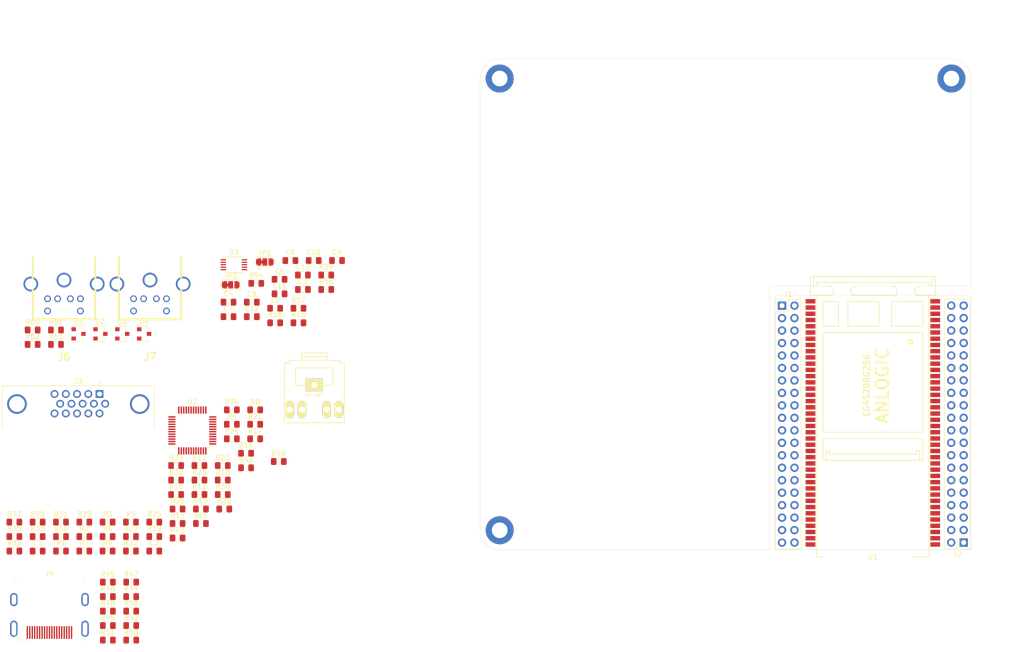
<source format=kicad_pcb>
(kicad_pcb (version 20171130) (host pcbnew 5.1.2-f72e74a~84~ubuntu18.04.1)
  (layers (0 F.Cu signal) (31 B.Cu signal) (34 B.Paste user) (35 F.Paste user) (36 B.SilkS user) (37 F.SilkS user) (38 B.Mask user) (39 F.Mask user) (44 Edge.Cuts user))
  (net 0 "")
  (net 1 "Net-(C1-Pad2)")
  (net 2 +3V3)
  (net 3 "Net-(C2-Pad2)")
  (net 4 GND)
  (net 5 "Net-(C3-Pad1)")
  (net 6 "Net-(C5-Pad1)")
  (net 7 "Net-(C6-Pad1)")
  (net 8 "Net-(C10-Pad1)")
  (net 9 "Net-(C12-Pad2)")
  (net 10 "Net-(C9-Pad1)")
  (net 11 "Net-(C11-Pad1)")
  (net 12 "Net-(C11-Pad2)")
  (net 13 "Net-(C12-Pad1)")
  (net 14 "Net-(C13-Pad2)")
  (net 15 "Net-(C13-Pad1)")
  (net 16 "Net-(D1-Pad3)")
  (net 17 "Net-(D2-Pad3)")
  (net 18 "Net-(D3-Pad3)")
  (net 19 "Net-(D4-Pad3)")
  (net 20 "Net-(J1-Pad40)")
  (net 21 "Net-(J1-Pad39)")
  (net 22 "Net-(J1-Pad38)")
  (net 23 "Net-(J1-Pad37)")
  (net 24 "Net-(J1-Pad36)")
  (net 25 "Net-(J1-Pad35)")
  (net 26 "Net-(J1-Pad34)")
  (net 27 "Net-(J1-Pad33)")
  (net 28 "Net-(J1-Pad32)")
  (net 29 "Net-(J1-Pad31)")
  (net 30 "Net-(J1-Pad30)")
  (net 31 "Net-(J1-Pad29)")
  (net 32 "Net-(J1-Pad28)")
  (net 33 "Net-(J1-Pad27)")
  (net 34 "Net-(J1-Pad26)")
  (net 35 "Net-(J1-Pad25)")
  (net 36 "Net-(J1-Pad24)")
  (net 37 "Net-(J1-Pad23)")
  (net 38 "Net-(J1-Pad22)")
  (net 39 "Net-(J1-Pad21)")
  (net 40 "Net-(J1-Pad20)")
  (net 41 "Net-(J1-Pad19)")
  (net 42 "Net-(J1-Pad18)")
  (net 43 "Net-(J1-Pad17)")
  (net 44 "Net-(J1-Pad16)")
  (net 45 "Net-(J1-Pad15)")
  (net 46 "Net-(J1-Pad14)")
  (net 47 "Net-(J1-Pad13)")
  (net 48 "Net-(J1-Pad12)")
  (net 49 "Net-(J1-Pad11)")
  (net 50 "Net-(J1-Pad10)")
  (net 51 "Net-(J1-Pad9)")
  (net 52 "Net-(J1-Pad8)")
  (net 53 "Net-(J1-Pad7)")
  (net 54 "Net-(J1-Pad6)")
  (net 55 "Net-(J1-Pad5)")
  (net 56 "Net-(J1-Pad4)")
  (net 57 "Net-(J1-Pad3)")
  (net 58 "Net-(J1-Pad2)")
  (net 59 "Net-(J1-Pad1)")
  (net 60 "Net-(J2-Pad1)")
  (net 61 "Net-(J2-Pad2)")
  (net 62 "Net-(J2-Pad3)")
  (net 63 "Net-(J2-Pad4)")
  (net 64 "Net-(J2-Pad5)")
  (net 65 "Net-(J2-Pad6)")
  (net 66 "Net-(J2-Pad7)")
  (net 67 "Net-(J2-Pad8)")
  (net 68 "Net-(J2-Pad9)")
  (net 69 "Net-(J2-Pad10)")
  (net 70 "Net-(J2-Pad11)")
  (net 71 "Net-(J2-Pad12)")
  (net 72 "Net-(J2-Pad13)")
  (net 73 "Net-(J2-Pad14)")
  (net 74 "Net-(J2-Pad15)")
  (net 75 "Net-(J2-Pad16)")
  (net 76 "Net-(J2-Pad17)")
  (net 77 "Net-(J2-Pad18)")
  (net 78 "Net-(J2-Pad19)")
  (net 79 "Net-(J2-Pad20)")
  (net 80 "Net-(J2-Pad21)")
  (net 81 "Net-(J2-Pad22)")
  (net 82 "Net-(J2-Pad23)")
  (net 83 "Net-(J2-Pad24)")
  (net 84 "Net-(J2-Pad25)")
  (net 85 "Net-(J2-Pad26)")
  (net 86 "Net-(J2-Pad27)")
  (net 87 "Net-(J2-Pad28)")
  (net 88 "Net-(J2-Pad29)")
  (net 89 "Net-(J2-Pad30)")
  (net 90 "Net-(J2-Pad31)")
  (net 91 "Net-(J2-Pad32)")
  (net 92 "Net-(J2-Pad33)")
  (net 93 "Net-(J2-Pad34)")
  (net 94 "Net-(J2-Pad35)")
  (net 95 "Net-(J2-Pad36)")
  (net 96 "Net-(J2-Pad37)")
  (net 97 "Net-(J2-Pad38)")
  (net 98 "Net-(J2-Pad39)")
  (net 99 "Net-(J2-Pad40)")
  (net 100 "Net-(J3-Pad1)")
  (net 101 "Net-(J3-Pad2)")
  (net 102 "Net-(J3-Pad3)")
  (net 103 "Net-(J3-Pad4)")
  (net 104 "Net-(J3-Pad9)")
  (net 105 "Net-(J3-Pad11)")
  (net 106 "Net-(J3-Pad12)")
  (net 107 "Net-(J3-Pad13)")
  (net 108 "Net-(J3-Pad14)")
  (net 109 "Net-(J3-Pad15)")
  (net 110 "Net-(J4-Pad10)")
  (net 111 "Net-(J4-Pad9)")
  (net 112 "Net-(J4-Pad7)")
  (net 113 "Net-(J4-Pad6)")
  (net 114 "Net-(J4-Pad4)")
  (net 115 "Net-(J4-Pad3)")
  (net 116 "Net-(J4-Pad1)")
  (net 117 "Net-(J4-Pad12)")
  (net 118 "Net-(J4-Pad13)")
  (net 119 "Net-(J4-Pad14)")
  (net 120 "Net-(J4-Pad15)")
  (net 121 "Net-(J4-Pad16)")
  (net 122 "Net-(J4-Pad18)")
  (net 123 "Net-(J4-Pad19)")
  (net 124 +5V)
  (net 125 "Net-(J6-Pad6)")
  (net 126 "Net-(J6-Pad2)")
  (net 127 "Net-(J7-Pad2)")
  (net 128 "Net-(J7-Pad6)")
  (net 129 "Net-(JP1-Pad3)")
  (net 130 "Net-(J5-Pad5)")
  (net 131 "Net-(J5-Pad2)")
  (net 132 "Net-(JP2-Pad3)")
  (net 133 /VGA/RED_OUT)
  (net 134 "Net-(R1-Pad2)")
  (net 135 "Net-(R2-Pad1)")
  (net 136 "Net-(R2-Pad2)")
  (net 137 "Net-(R3-Pad1)")
  (net 138 "Net-(R3-Pad2)")
  (net 139 "Net-(R10-Pad2)")
  (net 140 "Net-(R4-Pad2)")
  (net 141 "Net-(R5-Pad2)")
  (net 142 "Net-(R10-Pad1)")
  (net 143 "Net-(R11-Pad1)")
  (net 144 "Net-(R6-Pad2)")
  (net 145 /VGA/GREEN_OUT)
  (net 146 "Net-(R13-Pad2)")
  (net 147 "Net-(R14-Pad1)")
  (net 148 "Net-(R14-Pad2)")
  (net 149 "Net-(R15-Pad1)")
  (net 150 "Net-(R15-Pad2)")
  (net 151 "Net-(R16-Pad2)")
  (net 152 "Net-(R16-Pad1)")
  (net 153 "Net-(R17-Pad2)")
  (net 154 "Net-(R17-Pad1)")
  (net 155 "Net-(R18-Pad1)")
  (net 156 "Net-(R18-Pad2)")
  (net 157 "Net-(R25-Pad2)")
  (net 158 /VGA/BLUE_OUT)
  (net 159 "Net-(R26-Pad2)")
  (net 160 "Net-(R27-Pad1)")
  (net 161 "Net-(R27-Pad2)")
  (net 162 "Net-(R28-Pad1)")
  (net 163 "Net-(R28-Pad2)")
  (net 164 "Net-(R29-Pad1)")
  (net 165 "Net-(R29-Pad2)")
  (net 166 "Net-(R30-Pad2)")
  (net 167 "Net-(R30-Pad1)")
  (net 168 "Net-(R31-Pad1)")
  (net 169 "Net-(R31-Pad2)")
  (net 170 "Net-(R32-Pad2)")
  (net 171 "Net-(R42-Pad2)")
  (net 172 "Net-(R43-Pad2)")
  (net 173 "Net-(R44-Pad2)")
  (net 174 "Net-(R45-Pad2)")
  (net 175 "Net-(R46-Pad2)")
  (net 176 "Net-(R47-Pad2)")
  (net 177 "Net-(R48-Pad2)")
  (net 178 "Net-(R49-Pad2)")
  (net 179 "Net-(R50-Pad2)")
  (net 180 "Net-(R51-Pad2)")
  (net 181 "Net-(R54-Pad2)")
  (net 182 "Net-(R55-Pad2)")
  (net 183 "Net-(R60-Pad2)")
  (net 184 "Net-(R61-Pad2)")
  (net 185 "Net-(R62-Pad2)")
  (net 186 "Net-(R63-Pad2)")
  (net 187 "Net-(U2-Pad3)")
  (net 188 "Net-(U2-Pad4)")
  (net 189 "Net-(U2-Pad5)")
  (net 190 "Net-(U2-Pad6)")
  (net 191 "Net-(U2-Pad7)")
  (net 192 "Net-(U2-Pad8)")
  (net 193 "Net-(U2-Pad9)")
  (net 194 "Net-(U2-Pad10)")
  (net 195 "Net-(U2-Pad11)")
  (net 196 "Net-(U2-Pad15)")
  (net 197 "Net-(U2-Pad16)")
  (net 198 "Net-(U2-Pad17)")
  (net 199 "Net-(U2-Pad18)")
  (net 200 "Net-(U2-Pad19)")
  (net 201 "Net-(U2-Pad20)")
  (net 202 "Net-(U2-Pad21)")
  (net 203 "Net-(U2-Pad22)")
  (net 204 "Net-(U2-Pad23)")
  (net 205 "Net-(U2-Pad24)")
  (net 206 "Net-(U2-Pad41)")
  (net 207 "Net-(U2-Pad42)")
  (net 208 "Net-(U2-Pad43)")
  (net 209 "Net-(U2-Pad44)")
  (net 210 "Net-(U2-Pad45)")
  (net 211 "Net-(U2-Pad46)")
  (net 212 "Net-(U2-Pad47)")
  (net 213 "Net-(U2-Pad48)")
  (net 214 "Net-(U3-Pad1)")
  (net 215 "Net-(U3-Pad2)")
  (net 216 "Net-(U3-Pad3)")
  (net 217 "Net-(U3-Pad4)")
  (net 218 "Net-(J5-Pad4)")
  (net 219 "Net-(J5-Pad3)")
  (module lt_eval_board:mouse-bite-3mm-slot (layer F.Cu) (at 188.75 92.25)
    (fp_text reference mouse-bite-3mm-slot hide)
    (fp_text value VAL** hide)
    (pad "" np_thru_hole circle (at 1.524 0.75) (size 0.5 0.5) (drill 0.5) (layers *.Cu *.Mask))
    (pad "" np_thru_hole circle (at 1.524 -0.75) (size 0.5 0.5) (drill 0.5) (layers *.Cu *.Mask))
    (pad "" np_thru_hole circle (at 0.762 -0.75) (size 0.5 0.5) (drill 0.5) (layers *.Cu *.Mask))
    (pad "" np_thru_hole circle (at 0.762 0.75) (size 0.5 0.5) (drill 0.5) (layers *.Cu *.Mask))
    (pad "" np_thru_hole circle (at -0.012 0.75) (size 0.5 0.5) (drill 0.5) (layers *.Cu *.Mask))
    (pad "" np_thru_hole circle (at -1.512 0.75) (size 0.5 0.5) (drill 0.5) (layers *.Cu *.Mask))
    (pad "" np_thru_hole circle (at -1.512 -0.75) (size 0.5 0.5) (drill 0.5) (layers *.Cu *.Mask))
    (pad "" np_thru_hole circle (at -0.012 -0.75) (size 0.5 0.5) (drill 0.5) (layers *.Cu *.Mask))
    (pad "" np_thru_hole circle (at -0.762 0.75) (size 0.5 0.5) (drill 0.5) (layers *.Cu *.Mask))
    (pad "" np_thru_hole circle (at -0.762 -0.75) (size 0.5 0.5) (drill 0.5) (layers *.Cu *.Mask))
  )
  (module lt_eval_board:mouse-bite-3mm-slot (layer F.Cu) (at 201.75 92.25)
    (fp_text reference mouse-bite-3mm-slot hide)
    (fp_text value VAL** hide)
    (pad "" np_thru_hole circle (at 1.524 0.75) (size 0.5 0.5) (drill 0.5) (layers *.Cu *.Mask))
    (pad "" np_thru_hole circle (at 1.524 -0.75) (size 0.5 0.5) (drill 0.5) (layers *.Cu *.Mask))
    (pad "" np_thru_hole circle (at 0.762 -0.75) (size 0.5 0.5) (drill 0.5) (layers *.Cu *.Mask))
    (pad "" np_thru_hole circle (at 0.762 0.75) (size 0.5 0.5) (drill 0.5) (layers *.Cu *.Mask))
    (pad "" np_thru_hole circle (at -0.012 0.75) (size 0.5 0.5) (drill 0.5) (layers *.Cu *.Mask))
    (pad "" np_thru_hole circle (at -1.512 0.75) (size 0.5 0.5) (drill 0.5) (layers *.Cu *.Mask))
    (pad "" np_thru_hole circle (at -1.512 -0.75) (size 0.5 0.5) (drill 0.5) (layers *.Cu *.Mask))
    (pad "" np_thru_hole circle (at -0.012 -0.75) (size 0.5 0.5) (drill 0.5) (layers *.Cu *.Mask))
    (pad "" np_thru_hole circle (at -0.762 0.75) (size 0.5 0.5) (drill 0.5) (layers *.Cu *.Mask))
    (pad "" np_thru_hole circle (at -0.762 -0.75) (size 0.5 0.5) (drill 0.5) (layers *.Cu *.Mask))
  )
  (module MountingHole:MountingHole_3.2mm_M3_ISO7380_Pad (layer F.Cu) (at 119 141)
    (fp_text reference REF** hide)
    (fp_text value MountingHole_3.2mm_M3_ISO7380_Pad)
    (pad 1 thru_hole circle (at 0 0) (size 5.7 5.7) (drill 3.2) (layers *.Cu *.Mask))
  )
  (module MountingHole:MountingHole_3.2mm_M3_ISO7380_Pad (layer F.Cu) (at 119 49)
    (fp_text reference REF** hide)
    (fp_text value MountingHole_3.2mm_M3_ISO7380_Pad)
    (pad 1 thru_hole circle (at 0 0) (size 5.7 5.7) (drill 3.2) (layers *.Cu *.Mask))
  )
  (module MountingHole:MountingHole_3.2mm_M3_ISO7380_Pad (layer F.Cu) (at 211 49)
    (fp_text reference REF** hide)
    (fp_text value MountingHole_3.2mm_M3_ISO7380_Pad)
    (pad 1 thru_hole circle (at 0 0) (size 5.7 5.7) (drill 3.2) (layers *.Cu *.Mask))
  )
  (module Capacitor_SMD:C_0805_2012Metric_Pad1.15x1.40mm_HandSolder (layer F.Cu) (at 24.895001 145.235001)
    (fp_text reference C1 (at 0 -1.65) (layer F.SilkS))
    (fp_text value 0.1uF)
    (pad 2 smd roundrect (at 1.025 0) (size 1.15 1.4) (layers F.Cu F.Paste F.Mask) (roundrect_rratio 0.217391) (net 1 "Net-(C1-Pad2)"))
    (pad 1 smd roundrect (at -1.025 0) (size 1.15 1.4) (layers F.Cu F.Paste F.Mask) (roundrect_rratio 0.217391) (net 2 +3V3))
  )
  (module Capacitor_SMD:C_0805_2012Metric_Pad1.15x1.40mm_HandSolder (layer F.Cu) (at 48.645001 145.235001)
    (fp_text reference C2 (at 0 -1.65) (layer F.SilkS))
    (fp_text value 0.1uF)
    (pad 1 smd roundrect (at -1.025 0) (size 1.15 1.4) (layers F.Cu F.Paste F.Mask) (roundrect_rratio 0.217391) (net 2 +3V3))
    (pad 2 smd roundrect (at 1.025 0) (size 1.15 1.4) (layers F.Cu F.Paste F.Mask) (roundrect_rratio 0.217391) (net 3 "Net-(C2-Pad2)"))
  )
  (module Capacitor_SMD:C_0805_2012Metric_Pad1.15x1.40mm_HandSolder (layer F.Cu) (at 78.915001 91.965001)
    (fp_text reference C3 (at 0 -1.65) (layer F.SilkS))
    (fp_text value 0.1uF)
    (pad 2 smd roundrect (at 1.025 0) (size 1.15 1.4) (layers F.Cu F.Paste F.Mask) (roundrect_rratio 0.217391) (net 4 GND))
    (pad 1 smd roundrect (at -1.025 0) (size 1.15 1.4) (layers F.Cu F.Paste F.Mask) (roundrect_rratio 0.217391) (net 5 "Net-(C3-Pad1)"))
  )
  (module Capacitor_SMD:C_0805_2012Metric_Pad1.15x1.40mm_HandSolder (layer F.Cu) (at 63.765001 94.545001)
    (fp_text reference C4 (at 0 -1.65) (layer F.SilkS))
    (fp_text value 3.3uF)
    (pad 1 smd roundrect (at -1.025 0) (size 1.15 1.4) (layers F.Cu F.Paste F.Mask) (roundrect_rratio 0.217391) (net 5 "Net-(C3-Pad1)"))
    (pad 2 smd roundrect (at 1.025 0) (size 1.15 1.4) (layers F.Cu F.Paste F.Mask) (roundrect_rratio 0.217391) (net 4 GND))
  )
  (module Capacitor_SMD:C_0805_2012Metric_Pad1.15x1.40mm_HandSolder (layer F.Cu) (at 85.865001 86.065001)
    (fp_text reference C5 (at 0 -1.65) (layer F.SilkS))
    (fp_text value 10uF)
    (pad 1 smd roundrect (at -1.025 0) (size 1.15 1.4) (layers F.Cu F.Paste F.Mask) (roundrect_rratio 0.217391) (net 6 "Net-(C5-Pad1)"))
    (pad 2 smd roundrect (at 1.025 0) (size 1.15 1.4) (layers F.Cu F.Paste F.Mask) (roundrect_rratio 0.217391) (net 4 GND))
  )
  (module Capacitor_SMD:C_0805_2012Metric_Pad1.15x1.40mm_HandSolder (layer F.Cu) (at 76.365001 86.065001)
    (fp_text reference C6 (at 0 -1.65) (layer F.SilkS))
    (fp_text value 10nF)
    (pad 1 smd roundrect (at -1.025 0) (size 1.15 1.4) (layers F.Cu F.Paste F.Mask) (roundrect_rratio 0.217391) (net 7 "Net-(C6-Pad1)"))
    (pad 2 smd roundrect (at 1.025 0) (size 1.15 1.4) (layers F.Cu F.Paste F.Mask) (roundrect_rratio 0.217391) (net 4 GND))
  )
  (module Capacitor_SMD:C_0805_2012Metric_Pad1.15x1.40mm_HandSolder (layer F.Cu) (at 63.765001 97.495001)
    (fp_text reference C7 (at 0 -1.65) (layer F.SilkS))
    (fp_text value 1uF)
    (pad 2 smd roundrect (at 1.025 0) (size 1.15 1.4) (layers F.Cu F.Paste F.Mask) (roundrect_rratio 0.217391) (net 4 GND))
    (pad 1 smd roundrect (at -1.025 0) (size 1.15 1.4) (layers F.Cu F.Paste F.Mask) (roundrect_rratio 0.217391) (net 8 "Net-(C10-Pad1)"))
  )
  (module Capacitor_SMD:C_0805_2012Metric_Pad1.15x1.40mm_HandSolder (layer F.Cu) (at 68.515001 94.545001)
    (fp_text reference C8 (at 0 -1.65) (layer F.SilkS))
    (fp_text value 10nF)
    (pad 1 smd roundrect (at -1.025 0) (size 1.15 1.4) (layers F.Cu F.Paste F.Mask) (roundrect_rratio 0.217391) (net 4 GND))
    (pad 2 smd roundrect (at 1.025 0) (size 1.15 1.4) (layers F.Cu F.Paste F.Mask) (roundrect_rratio 0.217391) (net 9 "Net-(C12-Pad2)"))
  )
  (module Capacitor_SMD:C_0805_2012Metric_Pad1.15x1.40mm_HandSolder (layer F.Cu) (at 74.165001 89.895001)
    (fp_text reference C9 (at 0 -1.65) (layer F.SilkS))
    (fp_text value 4.7uF)
    (pad 2 smd roundrect (at 1.025 0) (size 1.15 1.4) (layers F.Cu F.Paste F.Mask) (roundrect_rratio 0.217391) (net 7 "Net-(C6-Pad1)"))
    (pad 1 smd roundrect (at -1.025 0) (size 1.15 1.4) (layers F.Cu F.Paste F.Mask) (roundrect_rratio 0.217391) (net 10 "Net-(C9-Pad1)"))
  )
  (module Capacitor_SMD:C_0805_2012Metric_Pad1.15x1.40mm_HandSolder (layer F.Cu) (at 81.115001 86.065001)
    (fp_text reference C10 (at 0 -1.65) (layer F.SilkS))
    (fp_text value 0.1uF)
    (pad 1 smd roundrect (at -1.025 0) (size 1.15 1.4) (layers F.Cu F.Paste F.Mask) (roundrect_rratio 0.217391) (net 8 "Net-(C10-Pad1)"))
    (pad 2 smd roundrect (at 1.025 0) (size 1.15 1.4) (layers F.Cu F.Paste F.Mask) (roundrect_rratio 0.217391) (net 4 GND))
  )
  (module Capacitor_SMD:C_0805_2012Metric_Pad1.15x1.40mm_HandSolder (layer F.Cu) (at 74.165001 92.845001)
    (fp_text reference C11 (at 0 -1.65) (layer F.SilkS))
    (fp_text value 3.3uf)
    (pad 1 smd roundrect (at -1.025 0) (size 1.15 1.4) (layers F.Cu F.Paste F.Mask) (roundrect_rratio 0.217391) (net 11 "Net-(C11-Pad1)"))
    (pad 2 smd roundrect (at 1.025 0) (size 1.15 1.4) (layers F.Cu F.Paste F.Mask) (roundrect_rratio 0.217391) (net 12 "Net-(C11-Pad2)"))
  )
  (module Capacitor_SMD:C_0805_2012Metric_Pad1.15x1.40mm_HandSolder (layer F.Cu) (at 68.515001 97.495001)
    (fp_text reference C12 (at 0 -1.65) (layer F.SilkS))
    (fp_text value 4.7uF)
    (pad 2 smd roundrect (at 1.025 0) (size 1.15 1.4) (layers F.Cu F.Paste F.Mask) (roundrect_rratio 0.217391) (net 9 "Net-(C12-Pad2)"))
    (pad 1 smd roundrect (at -1.025 0) (size 1.15 1.4) (layers F.Cu F.Paste F.Mask) (roundrect_rratio 0.217391) (net 13 "Net-(C12-Pad1)"))
  )
  (module Capacitor_SMD:C_0805_2012Metric_Pad1.15x1.40mm_HandSolder (layer F.Cu) (at 78.915001 89.015001)
    (fp_text reference C13 (at 0 -1.65) (layer F.SilkS))
    (fp_text value 3.3uF)
    (pad 2 smd roundrect (at 1.025 0) (size 1.15 1.4) (layers F.Cu F.Paste F.Mask) (roundrect_rratio 0.217391) (net 14 "Net-(C13-Pad2)"))
    (pad 1 smd roundrect (at -1.025 0) (size 1.15 1.4) (layers F.Cu F.Paste F.Mask) (roundrect_rratio 0.217391) (net 15 "Net-(C13-Pad1)"))
  )
  (module Package_TO_SOT_SMD:SOT-23 (layer F.Cu) (at 33.225001 101.005001)
    (fp_text reference D1 (at 0 -2.5) (layer F.SilkS))
    (fp_text value BAT54S)
    (pad 3 smd rect (at 1 0) (size 0.9 0.8) (layers F.Cu F.Paste F.Mask) (net 16 "Net-(D1-Pad3)"))
    (pad 2 smd rect (at -1 0.95) (size 0.9 0.8) (layers F.Cu F.Paste F.Mask) (net 2 +3V3))
    (pad 1 smd rect (at -1 -0.95) (size 0.9 0.8) (layers F.Cu F.Paste F.Mask) (net 4 GND))
  )
  (module Package_TO_SOT_SMD:SOT-23 (layer F.Cu) (at 37.675001 101.005001)
    (fp_text reference D2 (at 0 -2.5) (layer F.SilkS))
    (fp_text value BAT54S)
    (pad 1 smd rect (at -1 -0.95) (size 0.9 0.8) (layers F.Cu F.Paste F.Mask) (net 4 GND))
    (pad 2 smd rect (at -1 0.95) (size 0.9 0.8) (layers F.Cu F.Paste F.Mask) (net 2 +3V3))
    (pad 3 smd rect (at 1 0) (size 0.9 0.8) (layers F.Cu F.Paste F.Mask) (net 17 "Net-(D2-Pad3)"))
  )
  (module Package_TO_SOT_SMD:SOT-23 (layer F.Cu) (at 42.125001 101.005001)
    (fp_text reference D3 (at 0 -2.5) (layer F.SilkS))
    (fp_text value BAT54S)
    (pad 3 smd rect (at 1 0) (size 0.9 0.8) (layers F.Cu F.Paste F.Mask) (net 18 "Net-(D3-Pad3)"))
    (pad 2 smd rect (at -1 0.95) (size 0.9 0.8) (layers F.Cu F.Paste F.Mask) (net 2 +3V3))
    (pad 1 smd rect (at -1 -0.95) (size 0.9 0.8) (layers F.Cu F.Paste F.Mask) (net 4 GND))
  )
  (module Package_TO_SOT_SMD:SOT-23 (layer F.Cu) (at 46.575001 101.005001)
    (fp_text reference D4 (at 0 -2.5) (layer F.SilkS))
    (fp_text value BAT54S)
    (pad 1 smd rect (at -1 -0.95) (size 0.9 0.8) (layers F.Cu F.Paste F.Mask) (net 4 GND))
    (pad 2 smd rect (at -1 0.95) (size 0.9 0.8) (layers F.Cu F.Paste F.Mask) (net 2 +3V3))
    (pad 3 smd rect (at 1 0) (size 0.9 0.8) (layers F.Cu F.Paste F.Mask) (net 19 "Net-(D4-Pad3)"))
  )
  (module Connector_PinHeader_2.54mm:PinHeader_2x20_P2.54mm_Vertical (layer F.Cu) (at 176.5 95.25)
    (fp_text reference J1 (at 1.27 -2.33) (layer F.SilkS))
    (fp_text value Conn_01x40_Male)
    (pad 40 thru_hole oval (at 2.54 48.26) (size 1.7 1.7) (drill 1) (layers *.Cu *.Mask) (net 20 "Net-(J1-Pad40)"))
    (pad 39 thru_hole oval (at 0 48.26) (size 1.7 1.7) (drill 1) (layers *.Cu *.Mask) (net 21 "Net-(J1-Pad39)"))
    (pad 38 thru_hole oval (at 2.54 45.72) (size 1.7 1.7) (drill 1) (layers *.Cu *.Mask) (net 22 "Net-(J1-Pad38)"))
    (pad 37 thru_hole oval (at 0 45.72) (size 1.7 1.7) (drill 1) (layers *.Cu *.Mask) (net 23 "Net-(J1-Pad37)"))
    (pad 36 thru_hole oval (at 2.54 43.18) (size 1.7 1.7) (drill 1) (layers *.Cu *.Mask) (net 24 "Net-(J1-Pad36)"))
    (pad 35 thru_hole oval (at 0 43.18) (size 1.7 1.7) (drill 1) (layers *.Cu *.Mask) (net 25 "Net-(J1-Pad35)"))
    (pad 34 thru_hole oval (at 2.54 40.64) (size 1.7 1.7) (drill 1) (layers *.Cu *.Mask) (net 26 "Net-(J1-Pad34)"))
    (pad 33 thru_hole oval (at 0 40.64) (size 1.7 1.7) (drill 1) (layers *.Cu *.Mask) (net 27 "Net-(J1-Pad33)"))
    (pad 32 thru_hole oval (at 2.54 38.1) (size 1.7 1.7) (drill 1) (layers *.Cu *.Mask) (net 28 "Net-(J1-Pad32)"))
    (pad 31 thru_hole oval (at 0 38.1) (size 1.7 1.7) (drill 1) (layers *.Cu *.Mask) (net 29 "Net-(J1-Pad31)"))
    (pad 30 thru_hole oval (at 2.54 35.56) (size 1.7 1.7) (drill 1) (layers *.Cu *.Mask) (net 30 "Net-(J1-Pad30)"))
    (pad 29 thru_hole oval (at 0 35.56) (size 1.7 1.7) (drill 1) (layers *.Cu *.Mask) (net 31 "Net-(J1-Pad29)"))
    (pad 28 thru_hole oval (at 2.54 33.02) (size 1.7 1.7) (drill 1) (layers *.Cu *.Mask) (net 32 "Net-(J1-Pad28)"))
    (pad 27 thru_hole oval (at 0 33.02) (size 1.7 1.7) (drill 1) (layers *.Cu *.Mask) (net 33 "Net-(J1-Pad27)"))
    (pad 26 thru_hole oval (at 2.54 30.48) (size 1.7 1.7) (drill 1) (layers *.Cu *.Mask) (net 34 "Net-(J1-Pad26)"))
    (pad 25 thru_hole oval (at 0 30.48) (size 1.7 1.7) (drill 1) (layers *.Cu *.Mask) (net 35 "Net-(J1-Pad25)"))
    (pad 24 thru_hole oval (at 2.54 27.94) (size 1.7 1.7) (drill 1) (layers *.Cu *.Mask) (net 36 "Net-(J1-Pad24)"))
    (pad 23 thru_hole oval (at 0 27.94) (size 1.7 1.7) (drill 1) (layers *.Cu *.Mask) (net 37 "Net-(J1-Pad23)"))
    (pad 22 thru_hole oval (at 2.54 25.4) (size 1.7 1.7) (drill 1) (layers *.Cu *.Mask) (net 38 "Net-(J1-Pad22)"))
    (pad 21 thru_hole oval (at 0 25.4) (size 1.7 1.7) (drill 1) (layers *.Cu *.Mask) (net 39 "Net-(J1-Pad21)"))
    (pad 20 thru_hole oval (at 2.54 22.86) (size 1.7 1.7) (drill 1) (layers *.Cu *.Mask) (net 40 "Net-(J1-Pad20)"))
    (pad 19 thru_hole oval (at 0 22.86) (size 1.7 1.7) (drill 1) (layers *.Cu *.Mask) (net 41 "Net-(J1-Pad19)"))
    (pad 18 thru_hole oval (at 2.54 20.32) (size 1.7 1.7) (drill 1) (layers *.Cu *.Mask) (net 42 "Net-(J1-Pad18)"))
    (pad 17 thru_hole oval (at 0 20.32) (size 1.7 1.7) (drill 1) (layers *.Cu *.Mask) (net 43 "Net-(J1-Pad17)"))
    (pad 16 thru_hole oval (at 2.54 17.78) (size 1.7 1.7) (drill 1) (layers *.Cu *.Mask) (net 44 "Net-(J1-Pad16)"))
    (pad 15 thru_hole oval (at 0 17.78) (size 1.7 1.7) (drill 1) (layers *.Cu *.Mask) (net 45 "Net-(J1-Pad15)"))
    (pad 14 thru_hole oval (at 2.54 15.24) (size 1.7 1.7) (drill 1) (layers *.Cu *.Mask) (net 46 "Net-(J1-Pad14)"))
    (pad 13 thru_hole oval (at 0 15.24) (size 1.7 1.7) (drill 1) (layers *.Cu *.Mask) (net 47 "Net-(J1-Pad13)"))
    (pad 12 thru_hole oval (at 2.54 12.7) (size 1.7 1.7) (drill 1) (layers *.Cu *.Mask) (net 48 "Net-(J1-Pad12)"))
    (pad 11 thru_hole oval (at 0 12.7) (size 1.7 1.7) (drill 1) (layers *.Cu *.Mask) (net 49 "Net-(J1-Pad11)"))
    (pad 10 thru_hole oval (at 2.54 10.16) (size 1.7 1.7) (drill 1) (layers *.Cu *.Mask) (net 50 "Net-(J1-Pad10)"))
    (pad 9 thru_hole oval (at 0 10.16) (size 1.7 1.7) (drill 1) (layers *.Cu *.Mask) (net 51 "Net-(J1-Pad9)"))
    (pad 8 thru_hole oval (at 2.54 7.62) (size 1.7 1.7) (drill 1) (layers *.Cu *.Mask) (net 52 "Net-(J1-Pad8)"))
    (pad 7 thru_hole oval (at 0 7.62) (size 1.7 1.7) (drill 1) (layers *.Cu *.Mask) (net 53 "Net-(J1-Pad7)"))
    (pad 6 thru_hole oval (at 2.54 5.08) (size 1.7 1.7) (drill 1) (layers *.Cu *.Mask) (net 54 "Net-(J1-Pad6)"))
    (pad 5 thru_hole oval (at 0 5.08) (size 1.7 1.7) (drill 1) (layers *.Cu *.Mask) (net 55 "Net-(J1-Pad5)"))
    (pad 4 thru_hole oval (at 2.54 2.54) (size 1.7 1.7) (drill 1) (layers *.Cu *.Mask) (net 56 "Net-(J1-Pad4)"))
    (pad 3 thru_hole oval (at 0 2.54) (size 1.7 1.7) (drill 1) (layers *.Cu *.Mask) (net 57 "Net-(J1-Pad3)"))
    (pad 2 thru_hole oval (at 2.54 0) (size 1.7 1.7) (drill 1) (layers *.Cu *.Mask) (net 58 "Net-(J1-Pad2)"))
    (pad 1 thru_hole rect (at 0 0) (size 1.7 1.7) (drill 1) (layers *.Cu *.Mask) (net 59 "Net-(J1-Pad1)"))
  )
  (module Connector_PinHeader_2.54mm:PinHeader_2x20_P2.54mm_Vertical (layer F.Cu) (at 213.5 143.5 180)
    (fp_text reference J2 (at 1.27 -2.33) (layer F.SilkS))
    (fp_text value Conn_01x40_Male)
    (pad 1 thru_hole rect (at 0 0 180) (size 1.7 1.7) (drill 1) (layers *.Cu *.Mask) (net 60 "Net-(J2-Pad1)"))
    (pad 2 thru_hole oval (at 2.54 0 180) (size 1.7 1.7) (drill 1) (layers *.Cu *.Mask) (net 61 "Net-(J2-Pad2)"))
    (pad 3 thru_hole oval (at 0 2.54 180) (size 1.7 1.7) (drill 1) (layers *.Cu *.Mask) (net 62 "Net-(J2-Pad3)"))
    (pad 4 thru_hole oval (at 2.54 2.54 180) (size 1.7 1.7) (drill 1) (layers *.Cu *.Mask) (net 63 "Net-(J2-Pad4)"))
    (pad 5 thru_hole oval (at 0 5.08 180) (size 1.7 1.7) (drill 1) (layers *.Cu *.Mask) (net 64 "Net-(J2-Pad5)"))
    (pad 6 thru_hole oval (at 2.54 5.08 180) (size 1.7 1.7) (drill 1) (layers *.Cu *.Mask) (net 65 "Net-(J2-Pad6)"))
    (pad 7 thru_hole oval (at 0 7.62 180) (size 1.7 1.7) (drill 1) (layers *.Cu *.Mask) (net 66 "Net-(J2-Pad7)"))
    (pad 8 thru_hole oval (at 2.54 7.62 180) (size 1.7 1.7) (drill 1) (layers *.Cu *.Mask) (net 67 "Net-(J2-Pad8)"))
    (pad 9 thru_hole oval (at 0 10.16 180) (size 1.7 1.7) (drill 1) (layers *.Cu *.Mask) (net 68 "Net-(J2-Pad9)"))
    (pad 10 thru_hole oval (at 2.54 10.16 180) (size 1.7 1.7) (drill 1) (layers *.Cu *.Mask) (net 69 "Net-(J2-Pad10)"))
    (pad 11 thru_hole oval (at 0 12.7 180) (size 1.7 1.7) (drill 1) (layers *.Cu *.Mask) (net 70 "Net-(J2-Pad11)"))
    (pad 12 thru_hole oval (at 2.54 12.7 180) (size 1.7 1.7) (drill 1) (layers *.Cu *.Mask) (net 71 "Net-(J2-Pad12)"))
    (pad 13 thru_hole oval (at 0 15.24 180) (size 1.7 1.7) (drill 1) (layers *.Cu *.Mask) (net 72 "Net-(J2-Pad13)"))
    (pad 14 thru_hole oval (at 2.54 15.24 180) (size 1.7 1.7) (drill 1) (layers *.Cu *.Mask) (net 73 "Net-(J2-Pad14)"))
    (pad 15 thru_hole oval (at 0 17.78 180) (size 1.7 1.7) (drill 1) (layers *.Cu *.Mask) (net 74 "Net-(J2-Pad15)"))
    (pad 16 thru_hole oval (at 2.54 17.78 180) (size 1.7 1.7) (drill 1) (layers *.Cu *.Mask) (net 75 "Net-(J2-Pad16)"))
    (pad 17 thru_hole oval (at 0 20.32 180) (size 1.7 1.7) (drill 1) (layers *.Cu *.Mask) (net 76 "Net-(J2-Pad17)"))
    (pad 18 thru_hole oval (at 2.54 20.32 180) (size 1.7 1.7) (drill 1) (layers *.Cu *.Mask) (net 77 "Net-(J2-Pad18)"))
    (pad 19 thru_hole oval (at 0 22.86 180) (size 1.7 1.7) (drill 1) (layers *.Cu *.Mask) (net 78 "Net-(J2-Pad19)"))
    (pad 20 thru_hole oval (at 2.54 22.86 180) (size 1.7 1.7) (drill 1) (layers *.Cu *.Mask) (net 79 "Net-(J2-Pad20)"))
    (pad 21 thru_hole oval (at 0 25.4 180) (size 1.7 1.7) (drill 1) (layers *.Cu *.Mask) (net 80 "Net-(J2-Pad21)"))
    (pad 22 thru_hole oval (at 2.54 25.4 180) (size 1.7 1.7) (drill 1) (layers *.Cu *.Mask) (net 81 "Net-(J2-Pad22)"))
    (pad 23 thru_hole oval (at 0 27.94 180) (size 1.7 1.7) (drill 1) (layers *.Cu *.Mask) (net 82 "Net-(J2-Pad23)"))
    (pad 24 thru_hole oval (at 2.54 27.94 180) (size 1.7 1.7) (drill 1) (layers *.Cu *.Mask) (net 83 "Net-(J2-Pad24)"))
    (pad 25 thru_hole oval (at 0 30.48 180) (size 1.7 1.7) (drill 1) (layers *.Cu *.Mask) (net 84 "Net-(J2-Pad25)"))
    (pad 26 thru_hole oval (at 2.54 30.48 180) (size 1.7 1.7) (drill 1) (layers *.Cu *.Mask) (net 85 "Net-(J2-Pad26)"))
    (pad 27 thru_hole oval (at 0 33.02 180) (size 1.7 1.7) (drill 1) (layers *.Cu *.Mask) (net 86 "Net-(J2-Pad27)"))
    (pad 28 thru_hole oval (at 2.54 33.02 180) (size 1.7 1.7) (drill 1) (layers *.Cu *.Mask) (net 87 "Net-(J2-Pad28)"))
    (pad 29 thru_hole oval (at 0 35.56 180) (size 1.7 1.7) (drill 1) (layers *.Cu *.Mask) (net 88 "Net-(J2-Pad29)"))
    (pad 30 thru_hole oval (at 2.54 35.56 180) (size 1.7 1.7) (drill 1) (layers *.Cu *.Mask) (net 89 "Net-(J2-Pad30)"))
    (pad 31 thru_hole oval (at 0 38.1 180) (size 1.7 1.7) (drill 1) (layers *.Cu *.Mask) (net 90 "Net-(J2-Pad31)"))
    (pad 32 thru_hole oval (at 2.54 38.1 180) (size 1.7 1.7) (drill 1) (layers *.Cu *.Mask) (net 91 "Net-(J2-Pad32)"))
    (pad 33 thru_hole oval (at 0 40.64 180) (size 1.7 1.7) (drill 1) (layers *.Cu *.Mask) (net 92 "Net-(J2-Pad33)"))
    (pad 34 thru_hole oval (at 2.54 40.64 180) (size 1.7 1.7) (drill 1) (layers *.Cu *.Mask) (net 93 "Net-(J2-Pad34)"))
    (pad 35 thru_hole oval (at 0 43.18 180) (size 1.7 1.7) (drill 1) (layers *.Cu *.Mask) (net 94 "Net-(J2-Pad35)"))
    (pad 36 thru_hole oval (at 2.54 43.18 180) (size 1.7 1.7) (drill 1) (layers *.Cu *.Mask) (net 95 "Net-(J2-Pad36)"))
    (pad 37 thru_hole oval (at 0 45.72 180) (size 1.7 1.7) (drill 1) (layers *.Cu *.Mask) (net 96 "Net-(J2-Pad37)"))
    (pad 38 thru_hole oval (at 2.54 45.72 180) (size 1.7 1.7) (drill 1) (layers *.Cu *.Mask) (net 97 "Net-(J2-Pad38)"))
    (pad 39 thru_hole oval (at 0 48.26 180) (size 1.7 1.7) (drill 1) (layers *.Cu *.Mask) (net 98 "Net-(J2-Pad39)"))
    (pad 40 thru_hole oval (at 2.54 48.26 180) (size 1.7 1.7) (drill 1) (layers *.Cu *.Mask) (net 99 "Net-(J2-Pad40)"))
  )
  (module lt_eval_board:HDMI_A_Female_2000-1-2-41-00-BK (layer F.Cu) (at 27.295001 157.365001)
    (fp_text reference J4 (at 0 -7.6) (layer F.SilkS))
    (fp_text value HDMI_A)
    (pad 10 smd rect (at 0 4.46) (size 0.28 2.6) (layers F.Cu F.Paste F.Mask) (net 110 "Net-(J4-Pad10)"))
    (pad 9 smd rect (at -0.5 4.46) (size 0.28 2.6) (layers F.Cu F.Paste F.Mask) (net 111 "Net-(J4-Pad9)"))
    (pad 8 smd rect (at -1 4.46) (size 0.28 2.6) (layers F.Cu F.Paste F.Mask) (net 4 GND))
    (pad 7 smd rect (at -1.5 4.46) (size 0.28 2.6) (layers F.Cu F.Paste F.Mask) (net 112 "Net-(J4-Pad7)"))
    (pad 6 smd rect (at -2 4.46) (size 0.28 2.6) (layers F.Cu F.Paste F.Mask) (net 113 "Net-(J4-Pad6)"))
    (pad 5 smd rect (at -2.5 4.46) (size 0.28 2.6) (layers F.Cu F.Paste F.Mask) (net 4 GND))
    (pad 4 smd rect (at -3 4.46) (size 0.28 2.6) (layers F.Cu F.Paste F.Mask) (net 114 "Net-(J4-Pad4)"))
    (pad 3 smd rect (at -3.5 4.46) (size 0.28 2.6) (layers F.Cu F.Paste F.Mask) (net 115 "Net-(J4-Pad3)"))
    (pad 2 smd rect (at -4 4.46) (size 0.28 2.6) (layers F.Cu F.Paste F.Mask) (net 4 GND))
    (pad 1 smd rect (at -4.5 4.46) (size 0.28 2.6) (layers F.Cu F.Paste F.Mask) (net 116 "Net-(J4-Pad1)"))
    (pad 11 smd rect (at 0.5 4.46) (size 0.28 2.6) (layers F.Cu F.Paste F.Mask) (net 4 GND))
    (pad 12 smd rect (at 1 4.46) (size 0.28 2.6) (layers F.Cu F.Paste F.Mask) (net 117 "Net-(J4-Pad12)"))
    (pad 13 smd rect (at 1.5 4.46) (size 0.28 2.6) (layers F.Cu F.Paste F.Mask) (net 118 "Net-(J4-Pad13)"))
    (pad 14 smd rect (at 2 4.46) (size 0.28 2.6) (layers F.Cu F.Paste F.Mask) (net 119 "Net-(J4-Pad14)"))
    (pad 15 smd rect (at 2.5 4.46) (size 0.28 2.6) (layers F.Cu F.Paste F.Mask) (net 120 "Net-(J4-Pad15)"))
    (pad 16 smd rect (at 3 4.46) (size 0.28 2.6) (layers F.Cu F.Paste F.Mask) (net 121 "Net-(J4-Pad16)"))
    (pad 17 smd rect (at 3.5 4.46) (size 0.28 2.6) (layers F.Cu F.Paste F.Mask) (net 4 GND))
    (pad 18 smd rect (at 4 4.46) (size 0.28 2.6) (layers F.Cu F.Paste F.Mask) (net 122 "Net-(J4-Pad18)"))
    (pad 19 smd rect (at 4.5 4.46) (size 0.28 2.6) (layers F.Cu F.Paste F.Mask) (net 123 "Net-(J4-Pad19)"))
    (pad SH thru_hole oval (at -7.25 3.7) (size 1.5 3.3) (drill oval 0.9 2.7) (layers *.Cu *.Mask) (net 4 GND))
    (pad SH thru_hole oval (at 7.25 3.7) (size 1.5 3.3) (drill oval 0.9 2.7) (layers *.Cu *.Mask) (net 4 GND))
    (pad SH thru_hole oval (at 7.25 -2.26) (size 1.5 2.7) (drill oval 0.9 2.1) (layers *.Cu *.Mask) (net 4 GND))
    (pad SH thru_hole oval (at -7.25 -2.25) (size 1.5 2.7) (drill oval 0.9 2.1) (layers *.Cu *.Mask) (net 4 GND))
  )
  (module lt_eval_board:Mini_din6 (layer F.Cu) (at 30.26 85.34)
    (fp_text reference J6 (at 0 20.32 180) (layer F.SilkS) (effects (font (size 1.524 1.524) (thickness 0.3048))))
    (fp_text value Mini-DIN-6 hide)
    (pad GND thru_hole circle (at 6.76 5.51 180) (size 3 3) (drill 2.29) (layers *.Cu *.Mask))
    (pad GND thru_hole circle (at -6.76 5.51 180) (size 3 3) (drill 2.29) (layers *.Cu *.Mask))
    (pad GND thru_hole circle (at 0 4.7 180) (size 3 3) (drill 2.29) (layers *.Cu *.Mask))
    (pad 4 thru_hole circle (at -3.35 8.51 180) (size 1.3716 1.3716) (drill 0.89) (layers *.Cu *.Mask) (net 124 +5V))
    (pad 3 thru_hole circle (at 3.35 8.51 180) (size 1.3716 1.3716) (drill 0.89) (layers *.Cu *.Mask) (net 4 GND))
    (pad 5 thru_hole circle (at 3.35 11 180) (size 1.3716 1.3716) (drill 0.89) (layers *.Cu *.Mask) (net 17 "Net-(D2-Pad3)"))
    (pad 6 thru_hole circle (at -3.35 11 180) (size 1.3716 1.3716) (drill 0.89) (layers *.Cu *.Mask) (net 125 "Net-(J6-Pad6)"))
    (pad 2 thru_hole circle (at -1.3 8.51 180) (size 1.3716 1.3716) (drill 0.89) (layers *.Cu *.Mask) (net 126 "Net-(J6-Pad2)"))
    (pad 1 thru_hole circle (at 1.3 8.51 180) (size 1.3716 1.3716) (drill 0.89) (layers *.Cu *.Mask) (net 16 "Net-(D1-Pad3)"))
  )
  (module lt_eval_board:Mini_din6 (layer F.Cu) (at 47.78 85.34)
    (fp_text reference J7 (at 0 20.32 180) (layer F.SilkS) (effects (font (size 1.524 1.524) (thickness 0.3048))))
    (fp_text value Mini-DIN-6 hide)
    (pad 1 thru_hole circle (at 1.3 8.51 180) (size 1.3716 1.3716) (drill 0.89) (layers *.Cu *.Mask) (net 18 "Net-(D3-Pad3)"))
    (pad 2 thru_hole circle (at -1.3 8.51 180) (size 1.3716 1.3716) (drill 0.89) (layers *.Cu *.Mask) (net 127 "Net-(J7-Pad2)"))
    (pad 6 thru_hole circle (at -3.35 11 180) (size 1.3716 1.3716) (drill 0.89) (layers *.Cu *.Mask) (net 128 "Net-(J7-Pad6)"))
    (pad 5 thru_hole circle (at 3.35 11 180) (size 1.3716 1.3716) (drill 0.89) (layers *.Cu *.Mask) (net 19 "Net-(D4-Pad3)"))
    (pad 3 thru_hole circle (at 3.35 8.51 180) (size 1.3716 1.3716) (drill 0.89) (layers *.Cu *.Mask) (net 4 GND))
    (pad 4 thru_hole circle (at -3.35 8.51 180) (size 1.3716 1.3716) (drill 0.89) (layers *.Cu *.Mask) (net 124 +5V))
    (pad GND thru_hole circle (at 0 4.7 180) (size 3 3) (drill 2.29) (layers *.Cu *.Mask))
    (pad GND thru_hole circle (at -6.76 5.51 180) (size 3 3) (drill 2.29) (layers *.Cu *.Mask))
    (pad GND thru_hole circle (at 6.76 5.51 180) (size 3 3) (drill 2.29) (layers *.Cu *.Mask))
  )
  (module Jumper:SolderJumper-3_P1.3mm_Bridged12_RoundedPad1.0x1.5mm (layer F.Cu) (at 71.165001 86.365001)
    (fp_text reference JP1 (at 0 -1.8) (layer F.SilkS))
    (fp_text value Jumper_Dual)
    (fp_poly (pts (xy -0.9 -0.3) (xy -0.4 -0.3) (xy -0.4 0.3) (xy -0.9 0.3)) (layer F.Cu) (width 0))
    (pad 3 smd custom (at 1.3 0) (size 1 0.5) (layers F.Cu F.Mask) (net 129 "Net-(JP1-Pad3)") (options (clearance outline) (anchor rect)) (primitives (gr_circle (center 0 0.25) (end 0.5 0.25) (width 0)) (gr_circle (center 0 -0.25) (end 0.5 -0.25) (width 0)) (gr_poly (pts (xy -0.55 -0.75) (xy 0 -0.75) (xy 0 0.75) (xy -0.55 0.75)) (width 0))))
    (pad 2 smd rect (at 0 0) (size 1 1.5) (layers F.Cu F.Mask) (net 130 "Net-(J5-Pad5)"))
    (pad 1 smd custom (at -1.3 0) (size 1 0.5) (layers F.Cu F.Mask) (net 13 "Net-(C12-Pad1)") (options (clearance outline) (anchor rect)) (primitives (gr_circle (center 0 0.25) (end 0.5 0.25) (width 0)) (gr_circle (center 0 -0.25) (end 0.5 -0.25) (width 0)) (gr_poly (pts (xy 0.55 -0.75) (xy 0 -0.75) (xy 0 0.75) (xy 0.55 0.75)) (width 0))))
  )
  (module Jumper:SolderJumper-3_P1.3mm_Bridged12_RoundedPad1.0x1.5mm (layer F.Cu) (at 64.215001 91.015001)
    (fp_text reference JP2 (at 0 -1.8) (layer F.SilkS))
    (fp_text value Jumper_Dual)
    (fp_poly (pts (xy -0.9 -0.3) (xy -0.4 -0.3) (xy -0.4 0.3) (xy -0.9 0.3)) (layer F.Cu) (width 0))
    (pad 1 smd custom (at -1.3 0) (size 1 0.5) (layers F.Cu F.Mask) (net 10 "Net-(C9-Pad1)") (options (clearance outline) (anchor rect)) (primitives (gr_circle (center 0 0.25) (end 0.5 0.25) (width 0)) (gr_circle (center 0 -0.25) (end 0.5 -0.25) (width 0)) (gr_poly (pts (xy 0.55 -0.75) (xy 0 -0.75) (xy 0 0.75) (xy 0.55 0.75)) (width 0))))
    (pad 2 smd rect (at 0 0) (size 1 1.5) (layers F.Cu F.Mask) (net 131 "Net-(J5-Pad2)"))
    (pad 3 smd custom (at 1.3 0) (size 1 0.5) (layers F.Cu F.Mask) (net 132 "Net-(JP2-Pad3)") (options (clearance outline) (anchor rect)) (primitives (gr_circle (center 0 0.25) (end 0.5 0.25) (width 0)) (gr_circle (center 0 -0.25) (end 0.5 -0.25) (width 0)) (gr_poly (pts (xy -0.55 -0.75) (xy 0 -0.75) (xy 0 0.75) (xy -0.55 0.75)) (width 0))))
  )
  (module Inductor_SMD:L_0805_2012Metric_Pad1.15x1.40mm_HandSolder (layer F.Cu) (at 73.265001 95.795001)
    (fp_text reference L1 (at 0 -1.65) (layer F.SilkS))
    (fp_text value 10uH)
    (pad 1 smd roundrect (at -1.025 0) (size 1.15 1.4) (layers F.Cu F.Paste F.Mask) (roundrect_rratio 0.217391) (net 8 "Net-(C10-Pad1)"))
    (pad 2 smd roundrect (at 1.025 0) (size 1.15 1.4) (layers F.Cu F.Paste F.Mask) (roundrect_rratio 0.217391) (net 2 +3V3))
  )
  (module Resistor_SMD:R_0805_2012Metric_Pad1.15x1.40mm_HandSolder (layer F.Cu) (at 29.645001 145.235001)
    (fp_text reference R1 (at 0 -1.65) (layer F.SilkS))
    (fp_text value 510)
    (pad 1 smd roundrect (at -1.025 0) (size 1.15 1.4) (layers F.Cu F.Paste F.Mask) (roundrect_rratio 0.217391) (net 133 /VGA/RED_OUT))
    (pad 2 smd roundrect (at 1.025 0) (size 1.15 1.4) (layers F.Cu F.Paste F.Mask) (roundrect_rratio 0.217391) (net 134 "Net-(R1-Pad2)"))
  )
  (module Resistor_SMD:R_0805_2012Metric_Pad1.15x1.40mm_HandSolder (layer F.Cu) (at 34.395001 142.285001)
    (fp_text reference R2 (at 0 -1.65) (layer F.SilkS))
    (fp_text value 510)
    (pad 1 smd roundrect (at -1.025 0) (size 1.15 1.4) (layers F.Cu F.Paste F.Mask) (roundrect_rratio 0.217391) (net 135 "Net-(R2-Pad1)"))
    (pad 2 smd roundrect (at 1.025 0) (size 1.15 1.4) (layers F.Cu F.Paste F.Mask) (roundrect_rratio 0.217391) (net 136 "Net-(R2-Pad2)"))
  )
  (module Resistor_SMD:R_0805_2012Metric_Pad1.15x1.40mm_HandSolder (layer F.Cu) (at 39.145001 139.335001)
    (fp_text reference R3 (at 0 -1.65) (layer F.SilkS))
    (fp_text value 510)
    (pad 1 smd roundrect (at -1.025 0) (size 1.15 1.4) (layers F.Cu F.Paste F.Mask) (roundrect_rratio 0.217391) (net 137 "Net-(R3-Pad1)"))
    (pad 2 smd roundrect (at 1.025 0) (size 1.15 1.4) (layers F.Cu F.Paste F.Mask) (roundrect_rratio 0.217391) (net 138 "Net-(R3-Pad2)"))
  )
  (module Resistor_SMD:R_0805_2012Metric_Pad1.15x1.40mm_HandSolder (layer F.Cu) (at 64.445001 119.425001)
    (fp_text reference R4 (at 0 -1.65) (layer F.SilkS))
    (fp_text value 510)
    (pad 1 smd roundrect (at -1.025 0) (size 1.15 1.4) (layers F.Cu F.Paste F.Mask) (roundrect_rratio 0.217391) (net 139 "Net-(R10-Pad2)"))
    (pad 2 smd roundrect (at 1.025 0) (size 1.15 1.4) (layers F.Cu F.Paste F.Mask) (roundrect_rratio 0.217391) (net 140 "Net-(R4-Pad2)"))
  )
  (module Resistor_SMD:R_0805_2012Metric_Pad1.15x1.40mm_HandSolder (layer F.Cu) (at 43.895001 139.335001)
    (fp_text reference R5 (at 0 -1.65) (layer F.SilkS))
    (fp_text value 510)
    (pad 2 smd roundrect (at 1.025 0) (size 1.15 1.4) (layers F.Cu F.Paste F.Mask) (roundrect_rratio 0.217391) (net 141 "Net-(R5-Pad2)"))
    (pad 1 smd roundrect (at -1.025 0) (size 1.15 1.4) (layers F.Cu F.Paste F.Mask) (roundrect_rratio 0.217391) (net 142 "Net-(R10-Pad1)"))
  )
  (module Resistor_SMD:R_0805_2012Metric_Pad1.15x1.40mm_HandSolder (layer F.Cu) (at 39.145001 142.285001)
    (fp_text reference R6 (at 0 -1.65) (layer F.SilkS))
    (fp_text value 510)
    (pad 1 smd roundrect (at -1.025 0) (size 1.15 1.4) (layers F.Cu F.Paste F.Mask) (roundrect_rratio 0.217391) (net 143 "Net-(R11-Pad1)"))
    (pad 2 smd roundrect (at 1.025 0) (size 1.15 1.4) (layers F.Cu F.Paste F.Mask) (roundrect_rratio 0.217391) (net 144 "Net-(R6-Pad2)"))
  )
  (module Resistor_SMD:R_0805_2012Metric_Pad1.15x1.40mm_HandSolder (layer F.Cu) (at 34.395001 145.235001)
    (fp_text reference R7 (at 0 -1.65) (layer F.SilkS))
    (fp_text value 255)
    (pad 2 smd roundrect (at 1.025 0) (size 1.15 1.4) (layers F.Cu F.Paste F.Mask) (roundrect_rratio 0.217391) (net 133 /VGA/RED_OUT))
    (pad 1 smd roundrect (at -1.025 0) (size 1.15 1.4) (layers F.Cu F.Paste F.Mask) (roundrect_rratio 0.217391) (net 135 "Net-(R2-Pad1)"))
  )
  (module Resistor_SMD:R_0805_2012Metric_Pad1.15x1.40mm_HandSolder (layer F.Cu) (at 69.195001 116.475001)
    (fp_text reference R8 (at 0 -1.65) (layer F.SilkS))
    (fp_text value 255)
    (pad 2 smd roundrect (at 1.025 0) (size 1.15 1.4) (layers F.Cu F.Paste F.Mask) (roundrect_rratio 0.217391) (net 135 "Net-(R2-Pad1)"))
    (pad 1 smd roundrect (at -1.025 0) (size 1.15 1.4) (layers F.Cu F.Paste F.Mask) (roundrect_rratio 0.217391) (net 137 "Net-(R3-Pad1)"))
  )
  (module Resistor_SMD:R_0805_2012Metric_Pad1.15x1.40mm_HandSolder (layer F.Cu) (at 39.145001 145.235001)
    (fp_text reference R9 (at 0 -1.65) (layer F.SilkS))
    (fp_text value 255)
    (pad 2 smd roundrect (at 1.025 0) (size 1.15 1.4) (layers F.Cu F.Paste F.Mask) (roundrect_rratio 0.217391) (net 137 "Net-(R3-Pad1)"))
    (pad 1 smd roundrect (at -1.025 0) (size 1.15 1.4) (layers F.Cu F.Paste F.Mask) (roundrect_rratio 0.217391) (net 139 "Net-(R10-Pad2)"))
  )
  (module Resistor_SMD:R_0805_2012Metric_Pad1.15x1.40mm_HandSolder (layer F.Cu) (at 29.645001 142.285001)
    (fp_text reference R10 (at 0 -1.65) (layer F.SilkS))
    (fp_text value 255)
    (pad 2 smd roundrect (at 1.025 0) (size 1.15 1.4) (layers F.Cu F.Paste F.Mask) (roundrect_rratio 0.217391) (net 139 "Net-(R10-Pad2)"))
    (pad 1 smd roundrect (at -1.025 0) (size 1.15 1.4) (layers F.Cu F.Paste F.Mask) (roundrect_rratio 0.217391) (net 142 "Net-(R10-Pad1)"))
  )
  (module Resistor_SMD:R_0805_2012Metric_Pad1.15x1.40mm_HandSolder (layer F.Cu) (at 57.845001 127.825001)
    (fp_text reference R11 (at 0 -1.65) (layer F.SilkS))
    (fp_text value 255)
    (pad 2 smd roundrect (at 1.025 0) (size 1.15 1.4) (layers F.Cu F.Paste F.Mask) (roundrect_rratio 0.217391) (net 142 "Net-(R10-Pad1)"))
    (pad 1 smd roundrect (at -1.025 0) (size 1.15 1.4) (layers F.Cu F.Paste F.Mask) (roundrect_rratio 0.217391) (net 143 "Net-(R11-Pad1)"))
  )
  (module Resistor_SMD:R_0805_2012Metric_Pad1.15x1.40mm_HandSolder (layer F.Cu) (at 57.845001 133.725001)
    (fp_text reference R12 (at 0 -1.65) (layer F.SilkS))
    (fp_text value 255)
    (pad 2 smd roundrect (at 1.025 0) (size 1.15 1.4) (layers F.Cu F.Paste F.Mask) (roundrect_rratio 0.217391) (net 143 "Net-(R11-Pad1)"))
    (pad 1 smd roundrect (at -1.025 0) (size 1.15 1.4) (layers F.Cu F.Paste F.Mask) (roundrect_rratio 0.217391) (net 4 GND))
  )
  (module Resistor_SMD:R_0805_2012Metric_Pad1.15x1.40mm_HandSolder (layer F.Cu) (at 58.145001 136.675001)
    (fp_text reference R13 (at 0 -1.65) (layer F.SilkS))
    (fp_text value 510)
    (pad 1 smd roundrect (at -1.025 0) (size 1.15 1.4) (layers F.Cu F.Paste F.Mask) (roundrect_rratio 0.217391) (net 145 /VGA/GREEN_OUT))
    (pad 2 smd roundrect (at 1.025 0) (size 1.15 1.4) (layers F.Cu F.Paste F.Mask) (roundrect_rratio 0.217391) (net 146 "Net-(R13-Pad2)"))
  )
  (module Resistor_SMD:R_0805_2012Metric_Pad1.15x1.40mm_HandSolder (layer F.Cu) (at 67.345001 125.325001)
    (fp_text reference R14 (at 0 -1.65) (layer F.SilkS))
    (fp_text value 510)
    (pad 1 smd roundrect (at -1.025 0) (size 1.15 1.4) (layers F.Cu F.Paste F.Mask) (roundrect_rratio 0.217391) (net 147 "Net-(R14-Pad1)"))
    (pad 2 smd roundrect (at 1.025 0) (size 1.15 1.4) (layers F.Cu F.Paste F.Mask) (roundrect_rratio 0.217391) (net 148 "Net-(R14-Pad2)"))
  )
  (module Resistor_SMD:R_0805_2012Metric_Pad1.15x1.40mm_HandSolder (layer F.Cu) (at 53.395001 139.625001)
    (fp_text reference R15 (at 0 -1.65) (layer F.SilkS))
    (fp_text value 510)
    (pad 1 smd roundrect (at -1.025 0) (size 1.15 1.4) (layers F.Cu F.Paste F.Mask) (roundrect_rratio 0.217391) (net 149 "Net-(R15-Pad1)"))
    (pad 2 smd roundrect (at 1.025 0) (size 1.15 1.4) (layers F.Cu F.Paste F.Mask) (roundrect_rratio 0.217391) (net 150 "Net-(R15-Pad2)"))
  )
  (module Resistor_SMD:R_0805_2012Metric_Pad1.15x1.40mm_HandSolder (layer F.Cu) (at 53.095001 133.725001)
    (fp_text reference R16 (at 0 -1.65) (layer F.SilkS))
    (fp_text value 510)
    (pad 2 smd roundrect (at 1.025 0) (size 1.15 1.4) (layers F.Cu F.Paste F.Mask) (roundrect_rratio 0.217391) (net 151 "Net-(R16-Pad2)"))
    (pad 1 smd roundrect (at -1.025 0) (size 1.15 1.4) (layers F.Cu F.Paste F.Mask) (roundrect_rratio 0.217391) (net 152 "Net-(R16-Pad1)"))
  )
  (module Resistor_SMD:R_0805_2012Metric_Pad1.15x1.40mm_HandSolder (layer F.Cu) (at 69.195001 122.375001)
    (fp_text reference R17 (at 0 -1.65) (layer F.SilkS))
    (fp_text value 510)
    (pad 2 smd roundrect (at 1.025 0) (size 1.15 1.4) (layers F.Cu F.Paste F.Mask) (roundrect_rratio 0.217391) (net 153 "Net-(R17-Pad2)"))
    (pad 1 smd roundrect (at -1.025 0) (size 1.15 1.4) (layers F.Cu F.Paste F.Mask) (roundrect_rratio 0.217391) (net 154 "Net-(R17-Pad1)"))
  )
  (module Resistor_SMD:R_0805_2012Metric_Pad1.15x1.40mm_HandSolder (layer F.Cu) (at 62.595001 130.775001)
    (fp_text reference R18 (at 0 -1.65) (layer F.SilkS))
    (fp_text value 510)
    (pad 1 smd roundrect (at -1.025 0) (size 1.15 1.4) (layers F.Cu F.Paste F.Mask) (roundrect_rratio 0.217391) (net 155 "Net-(R18-Pad1)"))
    (pad 2 smd roundrect (at 1.025 0) (size 1.15 1.4) (layers F.Cu F.Paste F.Mask) (roundrect_rratio 0.217391) (net 156 "Net-(R18-Pad2)"))
  )
  (module Resistor_SMD:R_0805_2012Metric_Pad1.15x1.40mm_HandSolder (layer F.Cu) (at 48.645001 142.285001)
    (fp_text reference R19 (at 0 -1.65) (layer F.SilkS))
    (fp_text value 255)
    (pad 2 smd roundrect (at 1.025 0) (size 1.15 1.4) (layers F.Cu F.Paste F.Mask) (roundrect_rratio 0.217391) (net 145 /VGA/GREEN_OUT))
    (pad 1 smd roundrect (at -1.025 0) (size 1.15 1.4) (layers F.Cu F.Paste F.Mask) (roundrect_rratio 0.217391) (net 147 "Net-(R14-Pad1)"))
  )
  (module Resistor_SMD:R_0805_2012Metric_Pad1.15x1.40mm_HandSolder (layer F.Cu) (at 62.895001 136.675001)
    (fp_text reference R20 (at 0 -1.65) (layer F.SilkS))
    (fp_text value 255)
    (pad 2 smd roundrect (at 1.025 0) (size 1.15 1.4) (layers F.Cu F.Paste F.Mask) (roundrect_rratio 0.217391) (net 147 "Net-(R14-Pad1)"))
    (pad 1 smd roundrect (at -1.025 0) (size 1.15 1.4) (layers F.Cu F.Paste F.Mask) (roundrect_rratio 0.217391) (net 149 "Net-(R15-Pad1)"))
  )
  (module Resistor_SMD:R_0805_2012Metric_Pad1.15x1.40mm_HandSolder (layer F.Cu) (at 69.195001 119.425001)
    (fp_text reference R21 (at 0 -1.65) (layer F.SilkS))
    (fp_text value 255)
    (pad 1 smd roundrect (at -1.025 0) (size 1.15 1.4) (layers F.Cu F.Paste F.Mask) (roundrect_rratio 0.217391) (net 152 "Net-(R16-Pad1)"))
    (pad 2 smd roundrect (at 1.025 0) (size 1.15 1.4) (layers F.Cu F.Paste F.Mask) (roundrect_rratio 0.217391) (net 149 "Net-(R15-Pad1)"))
  )
  (module Resistor_SMD:R_0805_2012Metric_Pad1.15x1.40mm_HandSolder (layer F.Cu) (at 43.895001 145.235001)
    (fp_text reference R22 (at 0 -1.65) (layer F.SilkS))
    (fp_text value 255)
    (pad 2 smd roundrect (at 1.025 0) (size 1.15 1.4) (layers F.Cu F.Paste F.Mask) (roundrect_rratio 0.217391) (net 152 "Net-(R16-Pad1)"))
    (pad 1 smd roundrect (at -1.025 0) (size 1.15 1.4) (layers F.Cu F.Paste F.Mask) (roundrect_rratio 0.217391) (net 154 "Net-(R17-Pad1)"))
  )
  (module Resistor_SMD:R_0805_2012Metric_Pad1.15x1.40mm_HandSolder (layer F.Cu) (at 62.595001 127.825001)
    (fp_text reference R23 (at 0 -1.65) (layer F.SilkS))
    (fp_text value 255)
    (pad 1 smd roundrect (at -1.025 0) (size 1.15 1.4) (layers F.Cu F.Paste F.Mask) (roundrect_rratio 0.217391) (net 155 "Net-(R18-Pad1)"))
    (pad 2 smd roundrect (at 1.025 0) (size 1.15 1.4) (layers F.Cu F.Paste F.Mask) (roundrect_rratio 0.217391) (net 154 "Net-(R17-Pad1)"))
  )
  (module Resistor_SMD:R_0805_2012Metric_Pad1.15x1.40mm_HandSolder (layer F.Cu) (at 64.445001 122.375001)
    (fp_text reference R24 (at 0 -1.65) (layer F.SilkS))
    (fp_text value 255)
    (pad 2 smd roundrect (at 1.025 0) (size 1.15 1.4) (layers F.Cu F.Paste F.Mask) (roundrect_rratio 0.217391) (net 155 "Net-(R18-Pad1)"))
    (pad 1 smd roundrect (at -1.025 0) (size 1.15 1.4) (layers F.Cu F.Paste F.Mask) (roundrect_rratio 0.217391) (net 4 GND))
  )
  (module Resistor_SMD:R_0805_2012Metric_Pad1.15x1.40mm_HandSolder (layer F.Cu) (at 48.645001 139.335001)
    (fp_text reference R25 (at 0 -1.65) (layer F.SilkS))
    (fp_text value 4.7K)
    (pad 1 smd roundrect (at -1.025 0) (size 1.15 1.4) (layers F.Cu F.Paste F.Mask) (roundrect_rratio 0.217391) (net 2 +3V3))
    (pad 2 smd roundrect (at 1.025 0) (size 1.15 1.4) (layers F.Cu F.Paste F.Mask) (roundrect_rratio 0.217391) (net 157 "Net-(R25-Pad2)"))
  )
  (module Resistor_SMD:R_0805_2012Metric_Pad1.15x1.40mm_HandSolder (layer F.Cu) (at 57.845001 130.775001)
    (fp_text reference R26 (at 0 -1.65) (layer F.SilkS))
    (fp_text value 510)
    (pad 1 smd roundrect (at -1.025 0) (size 1.15 1.4) (layers F.Cu F.Paste F.Mask) (roundrect_rratio 0.217391) (net 158 /VGA/BLUE_OUT))
    (pad 2 smd roundrect (at 1.025 0) (size 1.15 1.4) (layers F.Cu F.Paste F.Mask) (roundrect_rratio 0.217391) (net 159 "Net-(R26-Pad2)"))
  )
  (module Resistor_SMD:R_0805_2012Metric_Pad1.15x1.40mm_HandSolder (layer F.Cu) (at 43.895001 142.285001)
    (fp_text reference R27 (at 0 -1.65) (layer F.SilkS))
    (fp_text value 510)
    (pad 1 smd roundrect (at -1.025 0) (size 1.15 1.4) (layers F.Cu F.Paste F.Mask) (roundrect_rratio 0.217391) (net 160 "Net-(R27-Pad1)"))
    (pad 2 smd roundrect (at 1.025 0) (size 1.15 1.4) (layers F.Cu F.Paste F.Mask) (roundrect_rratio 0.217391) (net 161 "Net-(R27-Pad2)"))
  )
  (module Resistor_SMD:R_0805_2012Metric_Pad1.15x1.40mm_HandSolder (layer F.Cu) (at 24.895001 139.335001)
    (fp_text reference R28 (at 0 -1.65) (layer F.SilkS))
    (fp_text value 510)
    (pad 1 smd roundrect (at -1.025 0) (size 1.15 1.4) (layers F.Cu F.Paste F.Mask) (roundrect_rratio 0.217391) (net 162 "Net-(R28-Pad1)"))
    (pad 2 smd roundrect (at 1.025 0) (size 1.15 1.4) (layers F.Cu F.Paste F.Mask) (roundrect_rratio 0.217391) (net 163 "Net-(R28-Pad2)"))
  )
  (module Resistor_SMD:R_0805_2012Metric_Pad1.15x1.40mm_HandSolder (layer F.Cu) (at 34.395001 139.335001)
    (fp_text reference R29 (at 0 -1.65) (layer F.SilkS))
    (fp_text value 510)
    (pad 1 smd roundrect (at -1.025 0) (size 1.15 1.4) (layers F.Cu F.Paste F.Mask) (roundrect_rratio 0.217391) (net 164 "Net-(R29-Pad1)"))
    (pad 2 smd roundrect (at 1.025 0) (size 1.15 1.4) (layers F.Cu F.Paste F.Mask) (roundrect_rratio 0.217391) (net 165 "Net-(R29-Pad2)"))
  )
  (module Resistor_SMD:R_0805_2012Metric_Pad1.15x1.40mm_HandSolder (layer F.Cu) (at 53.095001 130.775001)
    (fp_text reference R30 (at 0 -1.65) (layer F.SilkS))
    (fp_text value 510)
    (pad 2 smd roundrect (at 1.025 0) (size 1.15 1.4) (layers F.Cu F.Paste F.Mask) (roundrect_rratio 0.217391) (net 166 "Net-(R30-Pad2)"))
    (pad 1 smd roundrect (at -1.025 0) (size 1.15 1.4) (layers F.Cu F.Paste F.Mask) (roundrect_rratio 0.217391) (net 167 "Net-(R30-Pad1)"))
  )
  (module Resistor_SMD:R_0805_2012Metric_Pad1.15x1.40mm_HandSolder (layer F.Cu) (at 29.645001 139.335001)
    (fp_text reference R31 (at 0 -1.65) (layer F.SilkS))
    (fp_text value 510)
    (pad 1 smd roundrect (at -1.025 0) (size 1.15 1.4) (layers F.Cu F.Paste F.Mask) (roundrect_rratio 0.217391) (net 168 "Net-(R31-Pad1)"))
    (pad 2 smd roundrect (at 1.025 0) (size 1.15 1.4) (layers F.Cu F.Paste F.Mask) (roundrect_rratio 0.217391) (net 169 "Net-(R31-Pad2)"))
  )
  (module Resistor_SMD:R_0805_2012Metric_Pad1.15x1.40mm_HandSolder (layer F.Cu) (at 20.145001 145.235001)
    (fp_text reference R32 (at 0 -1.65) (layer F.SilkS))
    (fp_text value 560)
    (pad 2 smd roundrect (at 1.025 0) (size 1.15 1.4) (layers F.Cu F.Paste F.Mask) (roundrect_rratio 0.217391) (net 170 "Net-(R32-Pad2)"))
    (pad 1 smd roundrect (at -1.025 0) (size 1.15 1.4) (layers F.Cu F.Paste F.Mask) (roundrect_rratio 0.217391) (net 4 GND))
  )
  (module Resistor_SMD:R_0805_2012Metric_Pad1.15x1.40mm_HandSolder (layer F.Cu) (at 24.895001 142.285001)
    (fp_text reference R33 (at 0 -1.65) (layer F.SilkS))
    (fp_text value 255)
    (pad 2 smd roundrect (at 1.025 0) (size 1.15 1.4) (layers F.Cu F.Paste F.Mask) (roundrect_rratio 0.217391) (net 158 /VGA/BLUE_OUT))
    (pad 1 smd roundrect (at -1.025 0) (size 1.15 1.4) (layers F.Cu F.Paste F.Mask) (roundrect_rratio 0.217391) (net 160 "Net-(R27-Pad1)"))
  )
  (module Resistor_SMD:R_0805_2012Metric_Pad1.15x1.40mm_HandSolder (layer F.Cu) (at 64.445001 116.475001)
    (fp_text reference R34 (at 0 -1.65) (layer F.SilkS))
    (fp_text value 255)
    (pad 2 smd roundrect (at 1.025 0) (size 1.15 1.4) (layers F.Cu F.Paste F.Mask) (roundrect_rratio 0.217391) (net 160 "Net-(R27-Pad1)"))
    (pad 1 smd roundrect (at -1.025 0) (size 1.15 1.4) (layers F.Cu F.Paste F.Mask) (roundrect_rratio 0.217391) (net 162 "Net-(R28-Pad1)"))
  )
  (module Resistor_SMD:R_0805_2012Metric_Pad1.15x1.40mm_HandSolder (layer F.Cu) (at 20.145001 142.285001)
    (fp_text reference R35 (at 0 -1.65) (layer F.SilkS))
    (fp_text value 255)
    (pad 2 smd roundrect (at 1.025 0) (size 1.15 1.4) (layers F.Cu F.Paste F.Mask) (roundrect_rratio 0.217391) (net 162 "Net-(R28-Pad1)"))
    (pad 1 smd roundrect (at -1.025 0) (size 1.15 1.4) (layers F.Cu F.Paste F.Mask) (roundrect_rratio 0.217391) (net 164 "Net-(R29-Pad1)"))
  )
  (module Resistor_SMD:R_0805_2012Metric_Pad1.15x1.40mm_HandSolder (layer F.Cu) (at 62.595001 133.725001)
    (fp_text reference R36 (at 0 -1.65) (layer F.SilkS))
    (fp_text value 255)
    (pad 1 smd roundrect (at -1.025 0) (size 1.15 1.4) (layers F.Cu F.Paste F.Mask) (roundrect_rratio 0.217391) (net 167 "Net-(R30-Pad1)"))
    (pad 2 smd roundrect (at 1.025 0) (size 1.15 1.4) (layers F.Cu F.Paste F.Mask) (roundrect_rratio 0.217391) (net 164 "Net-(R29-Pad1)"))
  )
  (module Resistor_SMD:R_0805_2012Metric_Pad1.15x1.40mm_HandSolder (layer F.Cu) (at 20.145001 139.335001)
    (fp_text reference R37 (at 0 -1.65) (layer F.SilkS))
    (fp_text value 255)
    (pad 2 smd roundrect (at 1.025 0) (size 1.15 1.4) (layers F.Cu F.Paste F.Mask) (roundrect_rratio 0.217391) (net 167 "Net-(R30-Pad1)"))
    (pad 1 smd roundrect (at -1.025 0) (size 1.15 1.4) (layers F.Cu F.Paste F.Mask) (roundrect_rratio 0.217391) (net 168 "Net-(R31-Pad1)"))
  )
  (module Resistor_SMD:R_0805_2012Metric_Pad1.15x1.40mm_HandSolder (layer F.Cu) (at 53.395001 136.675001)
    (fp_text reference R38 (at 0 -1.65) (layer F.SilkS))
    (fp_text value 255)
    (pad 2 smd roundrect (at 1.025 0) (size 1.15 1.4) (layers F.Cu F.Paste F.Mask) (roundrect_rratio 0.217391) (net 168 "Net-(R31-Pad1)"))
    (pad 1 smd roundrect (at -1.025 0) (size 1.15 1.4) (layers F.Cu F.Paste F.Mask) (roundrect_rratio 0.217391) (net 4 GND))
  )
  (module Resistor_SMD:R_0805_2012Metric_Pad1.15x1.40mm_HandSolder (layer F.Cu) (at 53.095001 127.825001)
    (fp_text reference R39 (at 0 -1.65) (layer F.SilkS))
    (fp_text value 75)
    (pad 1 smd roundrect (at -1.025 0) (size 1.15 1.4) (layers F.Cu F.Paste F.Mask) (roundrect_rratio 0.217391) (net 102 "Net-(J3-Pad3)"))
    (pad 2 smd roundrect (at 1.025 0) (size 1.15 1.4) (layers F.Cu F.Paste F.Mask) (roundrect_rratio 0.217391) (net 4 GND))
  )
  (module Resistor_SMD:R_0805_2012Metric_Pad1.15x1.40mm_HandSolder (layer F.Cu) (at 74 127)
    (fp_text reference R40 (at 0 -1.65) (layer F.SilkS))
    (fp_text value 75)
    (pad 1 smd roundrect (at -1.025 0) (size 1.15 1.4) (layers F.Cu F.Paste F.Mask) (roundrect_rratio 0.217391) (net 101 "Net-(J3-Pad2)"))
    (pad 2 smd roundrect (at 1.025 0) (size 1.15 1.4) (layers F.Cu F.Paste F.Mask) (roundrect_rratio 0.217391) (net 4 GND))
  )
  (module Resistor_SMD:R_0805_2012Metric_Pad1.15x1.40mm_HandSolder (layer F.Cu) (at 58.145001 139.625001)
    (fp_text reference R41 (at 0 -1.65) (layer F.SilkS))
    (fp_text value 75)
    (pad 2 smd roundrect (at 1.025 0) (size 1.15 1.4) (layers F.Cu F.Paste F.Mask) (roundrect_rratio 0.217391) (net 4 GND))
    (pad 1 smd roundrect (at -1.025 0) (size 1.15 1.4) (layers F.Cu F.Paste F.Mask) (roundrect_rratio 0.217391) (net 100 "Net-(J3-Pad1)"))
  )
  (module Resistor_SMD:R_0805_2012Metric_Pad1.15x1.40mm_HandSolder (layer F.Cu) (at 53.395001 142.575001)
    (fp_text reference R42 (at 0 -1.65) (layer F.SilkS))
    (fp_text value 75)
    (pad 2 smd roundrect (at 1.025 0) (size 1.15 1.4) (layers F.Cu F.Paste F.Mask) (roundrect_rratio 0.217391) (net 171 "Net-(R42-Pad2)"))
    (pad 1 smd roundrect (at -1.025 0) (size 1.15 1.4) (layers F.Cu F.Paste F.Mask) (roundrect_rratio 0.217391) (net 108 "Net-(J3-Pad14)"))
  )
  (module Resistor_SMD:R_0805_2012Metric_Pad1.15x1.40mm_HandSolder (layer F.Cu) (at 67.345001 128.275001)
    (fp_text reference R43 (at 0 -1.65) (layer F.SilkS))
    (fp_text value 75)
    (pad 1 smd roundrect (at -1.025 0) (size 1.15 1.4) (layers F.Cu F.Paste F.Mask) (roundrect_rratio 0.217391) (net 107 "Net-(J3-Pad13)"))
    (pad 2 smd roundrect (at 1.025 0) (size 1.15 1.4) (layers F.Cu F.Paste F.Mask) (roundrect_rratio 0.217391) (net 172 "Net-(R43-Pad2)"))
  )
  (module Resistor_SMD:R_0805_2012Metric_Pad1.15x1.40mm_HandSolder (layer F.Cu) (at 43.945001 154.515001)
    (fp_text reference R44 (at 0 -1.65) (layer F.SilkS))
    (fp_text value 270)
    (pad 1 smd roundrect (at -1.025 0) (size 1.15 1.4) (layers F.Cu F.Paste F.Mask) (roundrect_rratio 0.217391) (net 116 "Net-(J4-Pad1)"))
    (pad 2 smd roundrect (at 1.025 0) (size 1.15 1.4) (layers F.Cu F.Paste F.Mask) (roundrect_rratio 0.217391) (net 173 "Net-(R44-Pad2)"))
  )
  (module Resistor_SMD:R_0805_2012Metric_Pad1.15x1.40mm_HandSolder (layer F.Cu) (at 39.195001 151.565001)
    (fp_text reference R45 (at 0 -1.65) (layer F.SilkS))
    (fp_text value 270)
    (pad 2 smd roundrect (at 1.025 0) (size 1.15 1.4) (layers F.Cu F.Paste F.Mask) (roundrect_rratio 0.217391) (net 174 "Net-(R45-Pad2)"))
    (pad 1 smd roundrect (at -1.025 0) (size 1.15 1.4) (layers F.Cu F.Paste F.Mask) (roundrect_rratio 0.217391) (net 115 "Net-(J4-Pad3)"))
  )
  (module Resistor_SMD:R_0805_2012Metric_Pad1.15x1.40mm_HandSolder (layer F.Cu) (at 39.195001 154.515001)
    (fp_text reference R46 (at 0 -1.65) (layer F.SilkS))
    (fp_text value 270)
    (pad 1 smd roundrect (at -1.025 0) (size 1.15 1.4) (layers F.Cu F.Paste F.Mask) (roundrect_rratio 0.217391) (net 114 "Net-(J4-Pad4)"))
    (pad 2 smd roundrect (at 1.025 0) (size 1.15 1.4) (layers F.Cu F.Paste F.Mask) (roundrect_rratio 0.217391) (net 175 "Net-(R46-Pad2)"))
  )
  (module Resistor_SMD:R_0805_2012Metric_Pad1.15x1.40mm_HandSolder (layer F.Cu) (at 43.945001 151.565001)
    (fp_text reference R47 (at 0 -1.65) (layer F.SilkS))
    (fp_text value 270)
    (pad 1 smd roundrect (at -1.025 0) (size 1.15 1.4) (layers F.Cu F.Paste F.Mask) (roundrect_rratio 0.217391) (net 113 "Net-(J4-Pad6)"))
    (pad 2 smd roundrect (at 1.025 0) (size 1.15 1.4) (layers F.Cu F.Paste F.Mask) (roundrect_rratio 0.217391) (net 176 "Net-(R47-Pad2)"))
  )
  (module Resistor_SMD:R_0805_2012Metric_Pad1.15x1.40mm_HandSolder (layer F.Cu) (at 39.195001 157.465001)
    (fp_text reference R48 (at 0 -1.65) (layer F.SilkS))
    (fp_text value 270)
    (pad 2 smd roundrect (at 1.025 0) (size 1.15 1.4) (layers F.Cu F.Paste F.Mask) (roundrect_rratio 0.217391) (net 177 "Net-(R48-Pad2)"))
    (pad 1 smd roundrect (at -1.025 0) (size 1.15 1.4) (layers F.Cu F.Paste F.Mask) (roundrect_rratio 0.217391) (net 112 "Net-(J4-Pad7)"))
  )
  (module Resistor_SMD:R_0805_2012Metric_Pad1.15x1.40mm_HandSolder (layer F.Cu) (at 39.195001 160.415001)
    (fp_text reference R49 (at 0 -1.65) (layer F.SilkS))
    (fp_text value 270)
    (pad 1 smd roundrect (at -1.025 0) (size 1.15 1.4) (layers F.Cu F.Paste F.Mask) (roundrect_rratio 0.217391) (net 111 "Net-(J4-Pad9)"))
    (pad 2 smd roundrect (at 1.025 0) (size 1.15 1.4) (layers F.Cu F.Paste F.Mask) (roundrect_rratio 0.217391) (net 178 "Net-(R49-Pad2)"))
  )
  (module Resistor_SMD:R_0805_2012Metric_Pad1.15x1.40mm_HandSolder (layer F.Cu) (at 43.945001 157.465001)
    (fp_text reference R50 (at 0 -1.65) (layer F.SilkS))
    (fp_text value 270)
    (pad 2 smd roundrect (at 1.025 0) (size 1.15 1.4) (layers F.Cu F.Paste F.Mask) (roundrect_rratio 0.217391) (net 179 "Net-(R50-Pad2)"))
    (pad 1 smd roundrect (at -1.025 0) (size 1.15 1.4) (layers F.Cu F.Paste F.Mask) (roundrect_rratio 0.217391) (net 110 "Net-(J4-Pad10)"))
  )
  (module Resistor_SMD:R_0805_2012Metric_Pad1.15x1.40mm_HandSolder (layer F.Cu) (at 39.195001 163.365001)
    (fp_text reference R51 (at 0 -1.65) (layer F.SilkS))
    (fp_text value 270)
    (pad 1 smd roundrect (at -1.025 0) (size 1.15 1.4) (layers F.Cu F.Paste F.Mask) (roundrect_rratio 0.217391) (net 117 "Net-(J4-Pad12)"))
    (pad 2 smd roundrect (at 1.025 0) (size 1.15 1.4) (layers F.Cu F.Paste F.Mask) (roundrect_rratio 0.217391) (net 180 "Net-(R51-Pad2)"))
  )
  (module Resistor_SMD:R_0805_2012Metric_Pad1.15x1.40mm_HandSolder (layer F.Cu) (at 43.945001 160.415001)
    (fp_text reference R52 (at 0 -1.65) (layer F.SilkS))
    (fp_text value 1K)
    (pad 2 smd roundrect (at 1.025 0) (size 1.15 1.4) (layers F.Cu F.Paste F.Mask) (roundrect_rratio 0.217391) (net 4 GND))
    (pad 1 smd roundrect (at -1.025 0) (size 1.15 1.4) (layers F.Cu F.Paste F.Mask) (roundrect_rratio 0.217391) (net 123 "Net-(J4-Pad19)"))
  )
  (module Resistor_SMD:R_0805_2012Metric_Pad1.15x1.40mm_HandSolder (layer F.Cu) (at 43.945001 163.365001)
    (fp_text reference R53 (at 0 -1.65) (layer F.SilkS))
    (fp_text value 470)
    (pad 1 smd roundrect (at -1.025 0) (size 1.15 1.4) (layers F.Cu F.Paste F.Mask) (roundrect_rratio 0.217391) (net 124 +5V))
    (pad 2 smd roundrect (at 1.025 0) (size 1.15 1.4) (layers F.Cu F.Paste F.Mask) (roundrect_rratio 0.217391) (net 122 "Net-(J4-Pad18)"))
  )
  (module Resistor_SMD:R_0805_2012Metric_Pad1.15x1.40mm_HandSolder (layer F.Cu) (at 69.415001 90.715001)
    (fp_text reference R54 (at 0 -1.65) (layer F.SilkS))
    (fp_text value 2K)
    (pad 2 smd roundrect (at 1.025 0) (size 1.15 1.4) (layers F.Cu F.Paste F.Mask) (roundrect_rratio 0.217391) (net 181 "Net-(R54-Pad2)"))
    (pad 1 smd roundrect (at -1.025 0) (size 1.15 1.4) (layers F.Cu F.Paste F.Mask) (roundrect_rratio 0.217391) (net 7 "Net-(C6-Pad1)"))
  )
  (module Resistor_SMD:R_0805_2012Metric_Pad1.15x1.40mm_HandSolder (layer F.Cu) (at 78.015001 98.745001)
    (fp_text reference R55 (at 0 -1.65) (layer F.SilkS))
    (fp_text value 2K)
    (pad 1 smd roundrect (at -1.025 0) (size 1.15 1.4) (layers F.Cu F.Paste F.Mask) (roundrect_rratio 0.217391) (net 9 "Net-(C12-Pad2)"))
    (pad 2 smd roundrect (at 1.025 0) (size 1.15 1.4) (layers F.Cu F.Paste F.Mask) (roundrect_rratio 0.217391) (net 182 "Net-(R55-Pad2)"))
  )
  (module Resistor_SMD:R_0805_2012Metric_Pad1.15x1.40mm_HandSolder (layer F.Cu) (at 83.665001 91.965001)
    (fp_text reference R56 (at 0 -1.65) (layer F.SilkS))
    (fp_text value 10K)
    (pad 2 smd roundrect (at 1.025 0) (size 1.15 1.4) (layers F.Cu F.Paste F.Mask) (roundrect_rratio 0.217391) (net 4 GND))
    (pad 1 smd roundrect (at -1.025 0) (size 1.15 1.4) (layers F.Cu F.Paste F.Mask) (roundrect_rratio 0.217391) (net 11 "Net-(C11-Pad1)"))
  )
  (module Resistor_SMD:R_0805_2012Metric_Pad1.15x1.40mm_HandSolder (layer F.Cu) (at 78.015001 95.795001)
    (fp_text reference R57 (at 0 -1.65) (layer F.SilkS))
    (fp_text value 10K)
    (pad 1 smd roundrect (at -1.025 0) (size 1.15 1.4) (layers F.Cu F.Paste F.Mask) (roundrect_rratio 0.217391) (net 4 GND))
    (pad 2 smd roundrect (at 1.025 0) (size 1.15 1.4) (layers F.Cu F.Paste F.Mask) (roundrect_rratio 0.217391) (net 15 "Net-(C13-Pad1)"))
  )
  (module Resistor_SMD:R_0805_2012Metric_Pad1.15x1.40mm_HandSolder (layer F.Cu) (at 73.265001 98.745001)
    (fp_text reference R58 (at 0 -1.65) (layer F.SilkS))
    (fp_text value 470)
    (pad 1 smd roundrect (at -1.025 0) (size 1.15 1.4) (layers F.Cu F.Paste F.Mask) (roundrect_rratio 0.217391) (net 129 "Net-(JP1-Pad3)"))
    (pad 2 smd roundrect (at 1.025 0) (size 1.15 1.4) (layers F.Cu F.Paste F.Mask) (roundrect_rratio 0.217391) (net 11 "Net-(C11-Pad1)"))
  )
  (module Resistor_SMD:R_0805_2012Metric_Pad1.15x1.40mm_HandSolder (layer F.Cu) (at 83.665001 89.015001)
    (fp_text reference R59 (at 0 -1.65) (layer F.SilkS))
    (fp_text value 470)
    (pad 2 smd roundrect (at 1.025 0) (size 1.15 1.4) (layers F.Cu F.Paste F.Mask) (roundrect_rratio 0.217391) (net 15 "Net-(C13-Pad1)"))
    (pad 1 smd roundrect (at -1.025 0) (size 1.15 1.4) (layers F.Cu F.Paste F.Mask) (roundrect_rratio 0.217391) (net 132 "Net-(JP2-Pad3)"))
  )
  (module Resistor_SMD:R_0805_2012Metric_Pad1.15x1.40mm_HandSolder (layer F.Cu) (at 23.875001 100.205001)
    (fp_text reference R60 (at 0 -1.65) (layer F.SilkS))
    (fp_text value 510)
    (pad 2 smd roundrect (at 1.025 0) (size 1.15 1.4) (layers F.Cu F.Paste F.Mask) (roundrect_rratio 0.217391) (net 183 "Net-(R60-Pad2)"))
    (pad 1 smd roundrect (at -1.025 0) (size 1.15 1.4) (layers F.Cu F.Paste F.Mask) (roundrect_rratio 0.217391) (net 16 "Net-(D1-Pad3)"))
  )
  (module Resistor_SMD:R_0805_2012Metric_Pad1.15x1.40mm_HandSolder (layer F.Cu) (at 28.625001 100.205001)
    (fp_text reference R61 (at 0 -1.65) (layer F.SilkS))
    (fp_text value 510)
    (pad 1 smd roundrect (at -1.025 0) (size 1.15 1.4) (layers F.Cu F.Paste F.Mask) (roundrect_rratio 0.217391) (net 17 "Net-(D2-Pad3)"))
    (pad 2 smd roundrect (at 1.025 0) (size 1.15 1.4) (layers F.Cu F.Paste F.Mask) (roundrect_rratio 0.217391) (net 184 "Net-(R61-Pad2)"))
  )
  (module Resistor_SMD:R_0805_2012Metric_Pad1.15x1.40mm_HandSolder (layer F.Cu) (at 23.875001 103.155001)
    (fp_text reference R62 (at 0 -1.65) (layer F.SilkS))
    (fp_text value 510)
    (pad 2 smd roundrect (at 1.025 0) (size 1.15 1.4) (layers F.Cu F.Paste F.Mask) (roundrect_rratio 0.217391) (net 185 "Net-(R62-Pad2)"))
    (pad 1 smd roundrect (at -1.025 0) (size 1.15 1.4) (layers F.Cu F.Paste F.Mask) (roundrect_rratio 0.217391) (net 18 "Net-(D3-Pad3)"))
  )
  (module Resistor_SMD:R_0805_2012Metric_Pad1.15x1.40mm_HandSolder (layer F.Cu) (at 28.625001 103.155001)
    (fp_text reference R63 (at 0 -1.65) (layer F.SilkS))
    (fp_text value 510)
    (pad 1 smd roundrect (at -1.025 0) (size 1.15 1.4) (layers F.Cu F.Paste F.Mask) (roundrect_rratio 0.217391) (net 19 "Net-(D4-Pad3)"))
    (pad 2 smd roundrect (at 1.025 0) (size 1.15 1.4) (layers F.Cu F.Paste F.Mask) (roundrect_rratio 0.217391) (net 186 "Net-(R63-Pad2)"))
  )
  (module lt_eval_board:Lichee_Tang (layer F.Cu) (at 195 118.5)
    (fp_text reference U1 (at 0 27.94) (layer F.SilkS))
    (fp_text value LicheeTang)
    (fp_text user ANLOGIC (at 1.905 -6.985 -90) (layer F.SilkS) (effects (font (size 2.5 2.5) (thickness 0.4))))
    (fp_text user EG4S20BG256 (at -1.27 -6.985 -90) (layer F.SilkS) (effects (font (size 1.2 1.2) (thickness 0.2))))
    (pad 8 smd rect (at -12.7 -15.24) (size 2 0.9) (layers F.Cu F.Paste F.Mask) (net 52 "Net-(J1-Pad8)"))
    (pad 7 smd rect (at -12.7 -16.51) (size 2 0.9) (layers F.Cu F.Paste F.Mask) (net 53 "Net-(J1-Pad7)"))
    (pad 10 smd rect (at -12.7 -12.7) (size 2 0.9) (layers F.Cu F.Paste F.Mask) (net 50 "Net-(J1-Pad10)"))
    (pad 9 smd rect (at -12.7 -13.97) (size 2 0.9) (layers F.Cu F.Paste F.Mask) (net 51 "Net-(J1-Pad9)"))
    (pad 6 smd rect (at -12.7 -17.78) (size 2 0.9) (layers F.Cu F.Paste F.Mask) (net 54 "Net-(J1-Pad6)"))
    (pad 3 smd rect (at -12.7 -21.59) (size 2 0.9) (layers F.Cu F.Paste F.Mask) (net 57 "Net-(J1-Pad3)"))
    (pad 4 smd rect (at -12.7 -20.32) (size 2 0.9) (layers F.Cu F.Paste F.Mask) (net 56 "Net-(J1-Pad4)"))
    (pad 5 smd rect (at -12.7 -19.05) (size 2 0.9) (layers F.Cu F.Paste F.Mask) (net 55 "Net-(J1-Pad5)"))
    (pad 2 smd rect (at -12.7 -22.86) (size 2 0.9) (layers F.Cu F.Paste F.Mask) (net 58 "Net-(J1-Pad2)"))
    (pad 1 smd rect (at -12.7 -24.13) (size 2 0.9) (layers F.Cu F.Paste F.Mask) (net 59 "Net-(J1-Pad1)"))
    (pad 13 smd rect (at -12.7 -8.89) (size 2 0.9) (layers F.Cu F.Paste F.Mask) (net 47 "Net-(J1-Pad13)"))
    (pad 18 smd rect (at -12.7 -2.54) (size 2 0.9) (layers F.Cu F.Paste F.Mask) (net 42 "Net-(J1-Pad18)"))
    (pad 15 smd rect (at -12.7 -6.35) (size 2 0.9) (layers F.Cu F.Paste F.Mask) (net 45 "Net-(J1-Pad15)"))
    (pad 14 smd rect (at -12.7 -7.62) (size 2 0.9) (layers F.Cu F.Paste F.Mask) (net 46 "Net-(J1-Pad14)"))
    (pad 12 smd rect (at -12.7 -10.16) (size 2 0.9) (layers F.Cu F.Paste F.Mask) (net 48 "Net-(J1-Pad12)"))
    (pad 19 smd rect (at -12.7 -1.27) (size 2 0.9) (layers F.Cu F.Paste F.Mask) (net 41 "Net-(J1-Pad19)"))
    (pad 20 smd rect (at -12.7 0) (size 2 0.9) (layers F.Cu F.Paste F.Mask) (net 40 "Net-(J1-Pad20)"))
    (pad 17 smd rect (at -12.7 -3.81) (size 2 0.9) (layers F.Cu F.Paste F.Mask) (net 43 "Net-(J1-Pad17)"))
    (pad 16 smd rect (at -12.7 -5.08) (size 2 0.9) (layers F.Cu F.Paste F.Mask) (net 44 "Net-(J1-Pad16)"))
    (pad 11 smd rect (at -12.7 -11.43) (size 2 0.9) (layers F.Cu F.Paste F.Mask) (net 49 "Net-(J1-Pad11)"))
    (pad 23 smd rect (at -12.7 3.81) (size 2 0.9) (layers F.Cu F.Paste F.Mask) (net 37 "Net-(J1-Pad23)"))
    (pad 28 smd rect (at -12.7 10.16) (size 2 0.9) (layers F.Cu F.Paste F.Mask) (net 32 "Net-(J1-Pad28)"))
    (pad 25 smd rect (at -12.7 6.35) (size 2 0.9) (layers F.Cu F.Paste F.Mask) (net 35 "Net-(J1-Pad25)"))
    (pad 31 smd rect (at -12.7 13.97) (size 2 0.9) (layers F.Cu F.Paste F.Mask) (net 29 "Net-(J1-Pad31)"))
    (pad 24 smd rect (at -12.7 5.08) (size 2 0.9) (layers F.Cu F.Paste F.Mask) (net 36 "Net-(J1-Pad24)"))
    (pad 22 smd rect (at -12.7 2.54) (size 2 0.9) (layers F.Cu F.Paste F.Mask) (net 38 "Net-(J1-Pad22)"))
    (pad 35 smd rect (at -12.7 19.05) (size 2 0.9) (layers F.Cu F.Paste F.Mask) (net 25 "Net-(J1-Pad35)"))
    (pad 34 smd rect (at -12.7 17.78) (size 2 0.9) (layers F.Cu F.Paste F.Mask) (net 26 "Net-(J1-Pad34)"))
    (pad 33 smd rect (at -12.7 16.51) (size 2 0.9) (layers F.Cu F.Paste F.Mask) (net 27 "Net-(J1-Pad33)"))
    (pad 29 smd rect (at -12.7 11.43) (size 2 0.9) (layers F.Cu F.Paste F.Mask) (net 31 "Net-(J1-Pad29)"))
    (pad 38 smd rect (at -12.7 22.86) (size 2 0.9) (layers F.Cu F.Paste F.Mask) (net 22 "Net-(J1-Pad38)"))
    (pad 30 smd rect (at -12.7 12.7) (size 2 0.9) (layers F.Cu F.Paste F.Mask) (net 30 "Net-(J1-Pad30)"))
    (pad 39 smd rect (at -12.7 24.13) (size 2 0.9) (layers F.Cu F.Paste F.Mask) (net 21 "Net-(J1-Pad39)"))
    (pad 40 smd rect (at -12.7 25.4) (size 2 0.9) (layers F.Cu F.Paste F.Mask) (net 20 "Net-(J1-Pad40)"))
    (pad 32 smd rect (at -12.7 15.24) (size 2 0.9) (layers F.Cu F.Paste F.Mask) (net 28 "Net-(J1-Pad32)"))
    (pad 27 smd rect (at -12.7 8.89) (size 2 0.9) (layers F.Cu F.Paste F.Mask) (net 33 "Net-(J1-Pad27)"))
    (pad 36 smd rect (at -12.7 20.32) (size 2 0.9) (layers F.Cu F.Paste F.Mask) (net 24 "Net-(J1-Pad36)"))
    (pad 26 smd rect (at -12.7 7.62) (size 2 0.9) (layers F.Cu F.Paste F.Mask) (net 34 "Net-(J1-Pad26)"))
    (pad 21 smd rect (at -12.7 1.27) (size 2 0.9) (layers F.Cu F.Paste F.Mask) (net 39 "Net-(J1-Pad21)"))
    (pad 37 smd rect (at -12.7 21.59) (size 2 0.9) (layers F.Cu F.Paste F.Mask) (net 23 "Net-(J1-Pad37)"))
    (pad 78 smd rect (at 12.7 -21.59) (size 2 0.9) (layers F.Cu F.Paste F.Mask) (net 97 "Net-(J2-Pad38)"))
    (pad 73 smd rect (at 12.7 -15.24) (size 2 0.9) (layers F.Cu F.Paste F.Mask) (net 92 "Net-(J2-Pad33)"))
    (pad 76 smd rect (at 12.7 -19.05) (size 2 0.9) (layers F.Cu F.Paste F.Mask) (net 95 "Net-(J2-Pad36)"))
    (pad 70 smd rect (at 12.7 -11.43) (size 2 0.9) (layers F.Cu F.Paste F.Mask) (net 89 "Net-(J2-Pad30)"))
    (pad 77 smd rect (at 12.7 -20.32) (size 2 0.9) (layers F.Cu F.Paste F.Mask) (net 96 "Net-(J2-Pad37)"))
    (pad 57 smd rect (at 12.7 5.08) (size 2 0.9) (layers F.Cu F.Paste F.Mask) (net 76 "Net-(J2-Pad17)"))
    (pad 79 smd rect (at 12.7 -22.86) (size 2 0.9) (layers F.Cu F.Paste F.Mask) (net 98 "Net-(J2-Pad39)"))
    (pad 56 smd rect (at 12.7 6.35) (size 2 0.9) (layers F.Cu F.Paste F.Mask) (net 75 "Net-(J2-Pad16)"))
    (pad 58 smd rect (at 12.7 3.81) (size 2 0.9) (layers F.Cu F.Paste F.Mask) (net 77 "Net-(J2-Pad18)"))
    (pad 66 smd rect (at 12.7 -6.35) (size 2 0.9) (layers F.Cu F.Paste F.Mask) (net 85 "Net-(J2-Pad26)"))
    (pad 67 smd rect (at 12.7 -7.62) (size 2 0.9) (layers F.Cu F.Paste F.Mask) (net 86 "Net-(J2-Pad27)"))
    (pad 68 smd rect (at 12.7 -8.89) (size 2 0.9) (layers F.Cu F.Paste F.Mask) (net 87 "Net-(J2-Pad28)"))
    (pad 72 smd rect (at 12.7 -13.97) (size 2 0.9) (layers F.Cu F.Paste F.Mask) (net 91 "Net-(J2-Pad32)"))
    (pad 63 smd rect (at 12.7 -2.54) (size 2 0.9) (layers F.Cu F.Paste F.Mask) (net 82 "Net-(J2-Pad23)"))
    (pad 41 smd rect (at 12.7 25.4) (size 2 0.9) (layers F.Cu F.Paste F.Mask) (net 60 "Net-(J2-Pad1)"))
    (pad 50 smd rect (at 12.7 13.97) (size 2 0.9) (layers F.Cu F.Paste F.Mask) (net 69 "Net-(J2-Pad10)"))
    (pad 45 smd rect (at 12.7 20.32) (size 2 0.9) (layers F.Cu F.Paste F.Mask) (net 64 "Net-(J2-Pad5)"))
    (pad 71 smd rect (at 12.7 -12.7) (size 2 0.9) (layers F.Cu F.Paste F.Mask) (net 90 "Net-(J2-Pad31)"))
    (pad 55 smd rect (at 12.7 7.62) (size 2 0.9) (layers F.Cu F.Paste F.Mask) (net 74 "Net-(J2-Pad15)"))
    (pad 48 smd rect (at 12.7 16.51) (size 2 0.9) (layers F.Cu F.Paste F.Mask) (net 67 "Net-(J2-Pad8)"))
    (pad 47 smd rect (at 12.7 17.78) (size 2 0.9) (layers F.Cu F.Paste F.Mask) (net 66 "Net-(J2-Pad7)"))
    (pad 53 smd rect (at 12.7 10.16) (size 2 0.9) (layers F.Cu F.Paste F.Mask) (net 72 "Net-(J2-Pad13)"))
    (pad 62 smd rect (at 12.7 -1.27) (size 2 0.9) (layers F.Cu F.Paste F.Mask) (net 81 "Net-(J2-Pad22)"))
    (pad 61 smd rect (at 12.7 0) (size 2 0.9) (layers F.Cu F.Paste F.Mask) (net 80 "Net-(J2-Pad21)"))
    (pad 69 smd rect (at 12.7 -10.16) (size 2 0.9) (layers F.Cu F.Paste F.Mask) (net 88 "Net-(J2-Pad29)"))
    (pad 42 smd rect (at 12.7 24.13) (size 2 0.9) (layers F.Cu F.Paste F.Mask) (net 61 "Net-(J2-Pad2)"))
    (pad 74 smd rect (at 12.7 -16.51) (size 2 0.9) (layers F.Cu F.Paste F.Mask) (net 93 "Net-(J2-Pad34)"))
    (pad 54 smd rect (at 12.7 8.89) (size 2 0.9) (layers F.Cu F.Paste F.Mask) (net 73 "Net-(J2-Pad14)"))
    (pad 51 smd rect (at 12.7 12.7) (size 2 0.9) (layers F.Cu F.Paste F.Mask) (net 70 "Net-(J2-Pad11)"))
    (pad 46 smd rect (at 12.7 19.05) (size 2 0.9) (layers F.Cu F.Paste F.Mask) (net 65 "Net-(J2-Pad6)"))
    (pad 65 smd rect (at 12.7 -5.08) (size 2 0.9) (layers F.Cu F.Paste F.Mask) (net 84 "Net-(J2-Pad25)"))
    (pad 59 smd rect (at 12.7 2.54) (size 2 0.9) (layers F.Cu F.Paste F.Mask) (net 78 "Net-(J2-Pad19)"))
    (pad 60 smd rect (at 12.7 1.27) (size 2 0.9) (layers F.Cu F.Paste F.Mask) (net 79 "Net-(J2-Pad20)"))
    (pad 52 smd rect (at 12.7 11.43) (size 2 0.9) (layers F.Cu F.Paste F.Mask) (net 71 "Net-(J2-Pad12)"))
    (pad 49 smd rect (at 12.7 15.24) (size 2 0.9) (layers F.Cu F.Paste F.Mask) (net 68 "Net-(J2-Pad9)"))
    (pad 75 smd rect (at 12.7 -17.78) (size 2 0.9) (layers F.Cu F.Paste F.Mask) (net 94 "Net-(J2-Pad35)"))
    (pad 80 smd rect (at 12.7 -24.13) (size 2 0.9) (layers F.Cu F.Paste F.Mask) (net 99 "Net-(J2-Pad40)"))
    (pad 44 smd rect (at 12.7 21.59) (size 2 0.9) (layers F.Cu F.Paste F.Mask) (net 63 "Net-(J2-Pad4)"))
    (pad 64 smd rect (at 12.7 -3.81) (size 2 0.9) (layers F.Cu F.Paste F.Mask) (net 83 "Net-(J2-Pad24)"))
    (pad 43 smd rect (at 12.7 22.86) (size 2 0.9) (layers F.Cu F.Paste F.Mask) (net 62 "Net-(J2-Pad3)"))
  )
  (module Package_QFP:LQFP-48_7x7mm_P0.5mm (layer F.Cu) (at 56.395001 120.675001)
    (fp_text reference U2 (at 0 -5.85) (layer F.SilkS))
    (fp_text value ADV7123)
    (pad 1 smd roundrect (at -4.1625 -2.75) (size 1.475 0.3) (layers F.Cu F.Paste F.Mask) (net 4 GND))
    (pad 2 smd roundrect (at -4.1625 -2.25) (size 1.475 0.3) (layers F.Cu F.Paste F.Mask) (net 4 GND))
    (pad 3 smd roundrect (at -4.1625 -1.75) (size 1.475 0.3) (layers F.Cu F.Paste F.Mask) (net 187 "Net-(U2-Pad3)"))
    (pad 4 smd roundrect (at -4.1625 -1.25) (size 1.475 0.3) (layers F.Cu F.Paste F.Mask) (net 188 "Net-(U2-Pad4)"))
    (pad 5 smd roundrect (at -4.1625 -0.75) (size 1.475 0.3) (layers F.Cu F.Paste F.Mask) (net 189 "Net-(U2-Pad5)"))
    (pad 6 smd roundrect (at -4.1625 -0.25) (size 1.475 0.3) (layers F.Cu F.Paste F.Mask) (net 190 "Net-(U2-Pad6)"))
    (pad 7 smd roundrect (at -4.1625 0.25) (size 1.475 0.3) (layers F.Cu F.Paste F.Mask) (net 191 "Net-(U2-Pad7)"))
    (pad 8 smd roundrect (at -4.1625 0.75) (size 1.475 0.3) (layers F.Cu F.Paste F.Mask) (net 192 "Net-(U2-Pad8)"))
    (pad 9 smd roundrect (at -4.1625 1.25) (size 1.475 0.3) (layers F.Cu F.Paste F.Mask) (net 193 "Net-(U2-Pad9)"))
    (pad 10 smd roundrect (at -4.1625 1.75) (size 1.475 0.3) (layers F.Cu F.Paste F.Mask) (net 194 "Net-(U2-Pad10)"))
    (pad 11 smd roundrect (at -4.1625 2.25) (size 1.475 0.3) (layers F.Cu F.Paste F.Mask) (net 195 "Net-(U2-Pad11)"))
    (pad 12 smd roundrect (at -4.1625 2.75) (size 1.475 0.3) (layers F.Cu F.Paste F.Mask) (net 4 GND))
    (pad 13 smd roundrect (at -2.75 4.1625) (size 0.3 1.475) (layers F.Cu F.Paste F.Mask) (net 2 +3V3))
    (pad 14 smd roundrect (at -2.25 4.1625) (size 0.3 1.475) (layers F.Cu F.Paste F.Mask) (net 4 GND))
    (pad 15 smd roundrect (at -1.75 4.1625) (size 0.3 1.475) (layers F.Cu F.Paste F.Mask) (net 196 "Net-(U2-Pad15)"))
    (pad 16 smd roundrect (at -1.25 4.1625) (size 0.3 1.475) (layers F.Cu F.Paste F.Mask) (net 197 "Net-(U2-Pad16)"))
    (pad 17 smd roundrect (at -0.75 4.1625) (size 0.3 1.475) (layers F.Cu F.Paste F.Mask) (net 198 "Net-(U2-Pad17)"))
    (pad 18 smd roundrect (at -0.25 4.1625) (size 0.3 1.475) (layers F.Cu F.Paste F.Mask) (net 199 "Net-(U2-Pad18)"))
    (pad 19 smd roundrect (at 0.25 4.1625) (size 0.3 1.475) (layers F.Cu F.Paste F.Mask) (net 200 "Net-(U2-Pad19)"))
    (pad 20 smd roundrect (at 0.75 4.1625) (size 0.3 1.475) (layers F.Cu F.Paste F.Mask) (net 201 "Net-(U2-Pad20)"))
    (pad 21 smd roundrect (at 1.25 4.1625) (size 0.3 1.475) (layers F.Cu F.Paste F.Mask) (net 202 "Net-(U2-Pad21)"))
    (pad 22 smd roundrect (at 1.75 4.1625) (size 0.3 1.475) (layers F.Cu F.Paste F.Mask) (net 203 "Net-(U2-Pad22)"))
    (pad 23 smd roundrect (at 2.25 4.1625) (size 0.3 1.475) (layers F.Cu F.Paste F.Mask) (net 204 "Net-(U2-Pad23)"))
    (pad 24 smd roundrect (at 2.75 4.1625) (size 0.3 1.475) (layers F.Cu F.Paste F.Mask) (net 205 "Net-(U2-Pad24)"))
    (pad 25 smd roundrect (at 4.1625 2.75) (size 1.475 0.3) (layers F.Cu F.Paste F.Mask) (net 4 GND))
    (pad 26 smd roundrect (at 4.1625 2.25) (size 1.475 0.3) (layers F.Cu F.Paste F.Mask) (net 4 GND))
    (pad 27 smd roundrect (at 4.1625 1.75) (size 1.475 0.3) (layers F.Cu F.Paste F.Mask) (net 4 GND))
    (pad 28 smd roundrect (at 4.1625 1.25) (size 1.475 0.3) (layers F.Cu F.Paste F.Mask) (net 102 "Net-(J3-Pad3)"))
    (pad 29 smd roundrect (at 4.1625 0.75) (size 1.475 0.3) (layers F.Cu F.Paste F.Mask) (net 2 +3V3))
    (pad 30 smd roundrect (at 4.1625 0.25) (size 1.475 0.3) (layers F.Cu F.Paste F.Mask) (net 2 +3V3))
    (pad 31 smd roundrect (at 4.1625 -0.25) (size 1.475 0.3) (layers F.Cu F.Paste F.Mask) (net 4 GND))
    (pad 32 smd roundrect (at 4.1625 -0.75) (size 1.475 0.3) (layers F.Cu F.Paste F.Mask) (net 101 "Net-(J3-Pad2)"))
    (pad 33 smd roundrect (at 4.1625 -1.25) (size 1.475 0.3) (layers F.Cu F.Paste F.Mask) (net 4 GND))
    (pad 34 smd roundrect (at 4.1625 -1.75) (size 1.475 0.3) (layers F.Cu F.Paste F.Mask) (net 100 "Net-(J3-Pad1)"))
    (pad 35 smd roundrect (at 4.1625 -2.25) (size 1.475 0.3) (layers F.Cu F.Paste F.Mask) (net 3 "Net-(C2-Pad2)"))
    (pad 36 smd roundrect (at 4.1625 -2.75) (size 1.475 0.3) (layers F.Cu F.Paste F.Mask) (net 1 "Net-(C1-Pad2)"))
    (pad 37 smd roundrect (at 2.75 -4.1625) (size 0.3 1.475) (layers F.Cu F.Paste F.Mask) (net 170 "Net-(R32-Pad2)"))
    (pad 38 smd roundrect (at 2.25 -4.1625) (size 0.3 1.475) (layers F.Cu F.Paste F.Mask) (net 157 "Net-(R25-Pad2)"))
    (pad 39 smd roundrect (at 1.75 -4.1625) (size 0.3 1.475) (layers F.Cu F.Paste F.Mask) (net 4 GND))
    (pad 40 smd roundrect (at 1.25 -4.1625) (size 0.3 1.475) (layers F.Cu F.Paste F.Mask) (net 4 GND))
    (pad 41 smd roundrect (at 0.75 -4.1625) (size 0.3 1.475) (layers F.Cu F.Paste F.Mask) (net 206 "Net-(U2-Pad41)"))
    (pad 42 smd roundrect (at 0.25 -4.1625) (size 0.3 1.475) (layers F.Cu F.Paste F.Mask) (net 207 "Net-(U2-Pad42)"))
    (pad 43 smd roundrect (at -0.25 -4.1625) (size 0.3 1.475) (layers F.Cu F.Paste F.Mask) (net 208 "Net-(U2-Pad43)"))
    (pad 44 smd roundrect (at -0.75 -4.1625) (size 0.3 1.475) (layers F.Cu F.Paste F.Mask) (net 209 "Net-(U2-Pad44)"))
    (pad 45 smd roundrect (at -1.25 -4.1625) (size 0.3 1.475) (layers F.Cu F.Paste F.Mask) (net 210 "Net-(U2-Pad45)"))
    (pad 46 smd roundrect (at -1.75 -4.1625) (size 0.3 1.475) (layers F.Cu F.Paste F.Mask) (net 211 "Net-(U2-Pad46)"))
    (pad 47 smd roundrect (at -2.25 -4.1625) (size 0.3 1.475) (layers F.Cu F.Paste F.Mask) (net 212 "Net-(U2-Pad47)"))
    (pad 48 smd roundrect (at -2.75 -4.1625) (size 0.3 1.475) (layers F.Cu F.Paste F.Mask) (net 213 "Net-(U2-Pad48)"))
  )
  (module Package_SO:TSSOP-10_3x3mm_P0.5mm (layer F.Cu) (at 64.865001 86.915001)
    (fp_text reference U3 (at 0 -2.55) (layer F.SilkS))
    (fp_text value CS4344)
    (pad 1 smd rect (at -2.15 -1) (size 1.1 0.25) (layers F.Cu F.Paste F.Mask) (net 214 "Net-(U3-Pad1)"))
    (pad 2 smd rect (at -2.15 -0.5) (size 1.1 0.25) (layers F.Cu F.Paste F.Mask) (net 215 "Net-(U3-Pad2)"))
    (pad 3 smd rect (at -2.15 0) (size 1.1 0.25) (layers F.Cu F.Paste F.Mask) (net 216 "Net-(U3-Pad3)"))
    (pad 4 smd rect (at -2.15 0.5) (size 1.1 0.25) (layers F.Cu F.Paste F.Mask) (net 217 "Net-(U3-Pad4)"))
    (pad 5 smd rect (at -2.15 1) (size 1.1 0.25) (layers F.Cu F.Paste F.Mask) (net 5 "Net-(C3-Pad1)"))
    (pad 6 smd rect (at 2.15 1) (size 1.1 0.25) (layers F.Cu F.Paste F.Mask) (net 6 "Net-(C5-Pad1)"))
    (pad 7 smd rect (at 2.15 0.5) (size 1.1 0.25) (layers F.Cu F.Paste F.Mask) (net 12 "Net-(C11-Pad2)"))
    (pad 8 smd rect (at 2.15 0) (size 1.1 0.25) (layers F.Cu F.Paste F.Mask) (net 4 GND))
    (pad 9 smd rect (at 2.15 -0.5) (size 1.1 0.25) (layers F.Cu F.Paste F.Mask) (net 8 "Net-(C10-Pad1)"))
    (pad 10 smd rect (at 2.15 -1) (size 1.1 0.25) (layers F.Cu F.Paste F.Mask) (net 14 "Net-(C13-Pad2)"))
  )
  (module Connector_Dsub:DSUB-15-HD_Female_Horizontal_P2.29x1.98mm_EdgePinOffset3.03mm_Housed_MountingHolesOffset4.94mm (layer F.Cu) (at 37.5 113.25)
    (fp_text reference J3 (at -4.315 -2.61) (layer F.SilkS))
    (fp_text value DB15_Male_HighDensity)
    (pad 1 thru_hole rect (at 0 0) (size 1.6 1.6) (drill 1) (layers *.Cu *.Mask) (net 100 "Net-(J3-Pad1)"))
    (pad 2 thru_hole circle (at -2.29 0) (size 1.6 1.6) (drill 1) (layers *.Cu *.Mask) (net 101 "Net-(J3-Pad2)"))
    (pad 3 thru_hole circle (at -4.58 0) (size 1.6 1.6) (drill 1) (layers *.Cu *.Mask) (net 102 "Net-(J3-Pad3)"))
    (pad 4 thru_hole circle (at -6.87 0) (size 1.6 1.6) (drill 1) (layers *.Cu *.Mask) (net 103 "Net-(J3-Pad4)"))
    (pad 5 thru_hole circle (at -9.16 0) (size 1.6 1.6) (drill 1) (layers *.Cu *.Mask) (net 4 GND))
    (pad 6 thru_hole circle (at 1.145 1.98) (size 1.6 1.6) (drill 1) (layers *.Cu *.Mask) (net 4 GND))
    (pad 7 thru_hole circle (at -1.145 1.98) (size 1.6 1.6) (drill 1) (layers *.Cu *.Mask) (net 4 GND))
    (pad 8 thru_hole circle (at -3.435 1.98) (size 1.6 1.6) (drill 1) (layers *.Cu *.Mask) (net 4 GND))
    (pad 9 thru_hole circle (at -5.725 1.98) (size 1.6 1.6) (drill 1) (layers *.Cu *.Mask) (net 104 "Net-(J3-Pad9)"))
    (pad 10 thru_hole circle (at -8.015 1.98) (size 1.6 1.6) (drill 1) (layers *.Cu *.Mask) (net 4 GND))
    (pad 11 thru_hole circle (at 0 3.96) (size 1.6 1.6) (drill 1) (layers *.Cu *.Mask) (net 105 "Net-(J3-Pad11)"))
    (pad 12 thru_hole circle (at -2.29 3.96) (size 1.6 1.6) (drill 1) (layers *.Cu *.Mask) (net 106 "Net-(J3-Pad12)"))
    (pad 13 thru_hole circle (at -4.58 3.96) (size 1.6 1.6) (drill 1) (layers *.Cu *.Mask) (net 107 "Net-(J3-Pad13)"))
    (pad 14 thru_hole circle (at -6.87 3.96) (size 1.6 1.6) (drill 1) (layers *.Cu *.Mask) (net 108 "Net-(J3-Pad14)"))
    (pad 15 thru_hole circle (at -9.16 3.96) (size 1.6 1.6) (drill 1) (layers *.Cu *.Mask) (net 109 "Net-(J3-Pad15)"))
    (pad 0 thru_hole circle (at -16.815 2.05) (size 4 4) (drill 3.2) (layers *.Cu *.Mask))
    (pad 0 thru_hole circle (at 8.185 2.05) (size 4 4) (drill 3.2) (layers *.Cu *.Mask))
  )
  (module lt_eval_board:PJ-307 (layer F.Cu) (at 81.25 113)
    (fp_text reference J5 hide)
    (fp_text value PJ-307 (at 0 0.508) (layer F.SilkS) (effects (font (size 0.6 0.6) (thickness 0.1))))
    (pad 4 thru_hole oval (at -2.5 3.41) (size 1.75 3.5) (drill 1.2) (layers *.Cu *.Mask F.SilkS) (net 218 "Net-(J5-Pad4)"))
    (pad 3 thru_hole oval (at 2.5 3.41) (size 1.75 3.5) (drill 1.2) (layers *.Cu *.Mask F.SilkS) (net 219 "Net-(J5-Pad3)"))
    (pad 5 thru_hole oval (at -5 3.41) (size 1.75 3.5) (drill 1.2) (layers *.Cu *.Mask F.SilkS) (net 130 "Net-(J5-Pad5)"))
    (pad 2 thru_hole oval (at 5 3.41) (size 1.75 3.5) (drill 1.2) (layers *.Cu *.Mask F.SilkS) (net 131 "Net-(J5-Pad2)"))
    (pad 1 thru_hole rect (at 0 -1.596) (size 3.5 2.5) (drill 1.2) (layers *.Cu *.Mask F.SilkS) (net 4 GND))
    (pad Hole np_thru_hole circle (at 5 -1.535 180) (size 1.2 1.2) (drill 1.2) (layers *.Cu *.Mask F.SilkS))
    (pad Hole np_thru_hole circle (at -5 -1.535 180) (size 1.2 1.2) (drill 1.2) (layers *.Cu *.Mask F.SilkS))
    (pad Hole np_thru_hole circle (at 0 3.365 180) (size 1.2 1.2) (drill 1.2) (layers *.Cu *.Mask F.SilkS))
    (pad Hole np_thru_hole circle (at 5 -4.035 180) (size 1.2 1.2) (drill 1.2) (layers *.Cu *.Mask F.SilkS))
    (pad Hole np_thru_hole circle (at -5 -4.035 180) (size 1.2 1.2) (drill 1.2) (layers *.Cu *.Mask F.SilkS))
  )
  (gr_arc (start 119 141) (end 115 141) (angle -90) (layer Edge.Cuts) (width 0.05))
  (gr_arc (start 119 49) (end 119 45) (angle -90) (layer Edge.Cuts) (width 0.05))
  (gr_arc (start 211 49) (end 215 49) (angle -90) (layer Edge.Cuts) (width 0.05))
  (gr_line (start 215 49) (end 215 91.25) (layer Edge.Cuts) (width 0.05))
  (gr_line (start 204.5 91.25) (end 215 91.25) (layer Edge.Cuts) (width 0.05))
  (gr_line (start 215 93.25) (end 204.5 93.25) (layer Edge.Cuts) (width 0.05))
  (gr_line (start 215 145) (end 215 93.25) (layer Edge.Cuts) (width 0.05))
  (gr_line (start 175 145) (end 215 145) (layer Edge.Cuts) (width 0.05))
  (gr_line (start 175 93.25) (end 175 145) (layer Edge.Cuts) (width 0.05))
  (gr_line (start 186 93.25) (end 175 93.25) (layer Edge.Cuts) (width 0.05))
  (gr_line (start 191.5 93.25) (end 199 93.25) (layer Edge.Cuts) (width 0.05))
  (gr_line (start 191.5 91.25) (end 199 91.25) (layer Edge.Cuts) (width 0.05))
  (gr_line (start 174 91.25) (end 186 91.25) (layer Edge.Cuts) (width 0.05))
  (gr_arc (start 204.5 92.25) (end 204.5 91.25) (angle -180) (layer Edge.Cuts) (width 0.05))
  (gr_arc (start 199 92.25) (end 199 93.25) (angle -180) (layer Edge.Cuts) (width 0.05))
  (gr_arc (start 191.5 92.25) (end 191.5 91.25) (angle -180) (layer Edge.Cuts) (width 0.05))
  (gr_arc (start 186 92.25) (end 186 93.25) (angle -180) (layer Edge.Cuts) (width 0.05))
  (gr_line (start 174 91.25) (end 174 145) (layer Edge.Cuts) (width 0.05))
  (gr_line (start 119 145) (end 174 145) (layer Edge.Cuts) (width 0.05))
  (gr_line (start 115 49) (end 115 141) (layer Edge.Cuts) (width 0.05))
  (gr_line (start 211 45) (end 119 45) (layer Edge.Cuts) (width 0.05))
)
</source>
